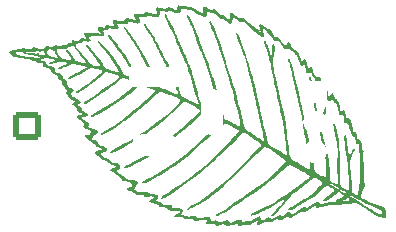
<source format=gbo>
G04 #@! TF.GenerationSoftware,KiCad,Pcbnew,9.0.0*
G04 #@! TF.CreationDate,2025-03-07T23:57:34+01:00*
G04 #@! TF.ProjectId,pcb,7063622e-6b69-4636-9164-5f7063625858,rev?*
G04 #@! TF.SameCoordinates,Original*
G04 #@! TF.FileFunction,Legend,Bot*
G04 #@! TF.FilePolarity,Positive*
%FSLAX46Y46*%
G04 Gerber Fmt 4.6, Leading zero omitted, Abs format (unit mm)*
G04 Created by KiCad (PCBNEW 9.0.0) date 2025-03-07 23:57:34*
%MOMM*%
%LPD*%
G01*
G04 APERTURE LIST*
G04 Aperture macros list*
%AMRoundRect*
0 Rectangle with rounded corners*
0 $1 Rounding radius*
0 $2 $3 $4 $5 $6 $7 $8 $9 X,Y pos of 4 corners*
0 Add a 4 corners polygon primitive as box body*
4,1,4,$2,$3,$4,$5,$6,$7,$8,$9,$2,$3,0*
0 Add four circle primitives for the rounded corners*
1,1,$1+$1,$2,$3*
1,1,$1+$1,$4,$5*
1,1,$1+$1,$6,$7*
1,1,$1+$1,$8,$9*
0 Add four rect primitives between the rounded corners*
20,1,$1+$1,$2,$3,$4,$5,0*
20,1,$1+$1,$4,$5,$6,$7,0*
20,1,$1+$1,$6,$7,$8,$9,0*
20,1,$1+$1,$8,$9,$2,$3,0*%
G04 Aperture macros list end*
%ADD10C,0.000000*%
%ADD11R,2.200000X2.200000*%
%ADD12O,2.200000X2.200000*%
%ADD13R,1.700000X1.700000*%
%ADD14O,1.700000X1.700000*%
%ADD15RoundRect,0.250000X-0.600000X-0.725000X0.600000X-0.725000X0.600000X0.725000X-0.600000X0.725000X0*%
%ADD16O,1.700000X1.950000*%
%ADD17R,2.000000X1.905000*%
%ADD18O,2.000000X1.905000*%
%ADD19O,1.905000X2.000000*%
%ADD20R,1.905000X2.000000*%
%ADD21C,1.600000*%
%ADD22O,1.600000X1.600000*%
%ADD23R,4.400000X1.800000*%
%ADD24O,4.000000X1.800000*%
%ADD25O,1.800000X4.000000*%
%ADD26RoundRect,0.250001X-0.949999X0.949999X-0.949999X-0.949999X0.949999X-0.949999X0.949999X0.949999X0*%
%ADD27C,2.400000*%
%ADD28RoundRect,0.250001X0.949999X-0.949999X0.949999X0.949999X-0.949999X0.949999X-0.949999X-0.949999X0*%
G04 APERTURE END LIST*
D10*
G36*
X118011193Y-71080948D02*
G01*
X118031459Y-71155462D01*
X118026429Y-71279002D01*
X117997878Y-71434847D01*
X117949652Y-71609206D01*
X117885597Y-71788289D01*
X117809561Y-71958306D01*
X117725392Y-72105466D01*
X117703655Y-72137244D01*
X117627101Y-72229527D01*
X117571642Y-72264889D01*
X117538504Y-72248873D01*
X117528916Y-72187022D01*
X117544104Y-72084875D01*
X117585297Y-71947977D01*
X117653721Y-71781868D01*
X117656909Y-71774921D01*
X117721807Y-71622870D01*
X117782325Y-71463881D01*
X117825745Y-71331277D01*
X117871343Y-71192176D01*
X117921457Y-71091779D01*
X117968544Y-71054068D01*
X118011193Y-71080948D01*
G37*
G36*
X105644142Y-62554057D02*
G01*
X105735111Y-62589046D01*
X105812224Y-62594648D01*
X105907397Y-62570198D01*
X105943361Y-62559235D01*
X105956708Y-62555167D01*
X106029552Y-62544847D01*
X106104577Y-62559070D01*
X106210392Y-62600716D01*
X106258216Y-62620195D01*
X106389984Y-62655982D01*
X106506524Y-62653584D01*
X106554262Y-62647527D01*
X106611903Y-62651917D01*
X106674550Y-62677364D01*
X106757810Y-62730845D01*
X106877291Y-62819336D01*
X106929211Y-62857806D01*
X107045594Y-62937825D01*
X107144154Y-62997577D01*
X107207777Y-63026341D01*
X107223352Y-63030525D01*
X107316040Y-63063898D01*
X107418143Y-63109811D01*
X107500296Y-63146051D01*
X107561607Y-63153034D01*
X107593696Y-63116352D01*
X107602183Y-63028695D01*
X107592688Y-62882752D01*
X107591459Y-62869418D01*
X107583838Y-62737060D01*
X107594632Y-62653153D01*
X107631520Y-62614994D01*
X107702180Y-62619880D01*
X107814291Y-62665107D01*
X107975532Y-62747972D01*
X108119337Y-62821986D01*
X108244887Y-62876478D01*
X108333729Y-62898357D01*
X108396041Y-62889925D01*
X108442000Y-62853484D01*
X108472275Y-62827580D01*
X108544116Y-62803419D01*
X108577223Y-62816530D01*
X108652066Y-62875949D01*
X108752923Y-62976276D01*
X108872177Y-63109778D01*
X109002213Y-63268716D01*
X109038429Y-63306829D01*
X109110854Y-63342622D01*
X109222986Y-63355476D01*
X109241616Y-63356219D01*
X109322803Y-63365658D01*
X109389917Y-63392220D01*
X109462626Y-63446634D01*
X109560602Y-63539630D01*
X109600816Y-63578751D01*
X109692637Y-63657275D01*
X109755087Y-63682907D01*
X109795499Y-63652180D01*
X109821203Y-63561630D01*
X109839531Y-63407791D01*
X109840084Y-63401821D01*
X109853851Y-63283503D01*
X109869323Y-63193726D01*
X109883254Y-63151510D01*
X109911209Y-63139090D01*
X109988563Y-63151834D01*
X110091419Y-63202419D01*
X110205961Y-63285124D01*
X110272295Y-63336934D01*
X110400378Y-63426459D01*
X110527669Y-63505677D01*
X110615058Y-63553811D01*
X110690926Y-63585577D01*
X110748238Y-63589824D01*
X110807829Y-63571440D01*
X110807908Y-63571407D01*
X110900187Y-63547481D01*
X110983672Y-63563715D01*
X111071853Y-63626303D01*
X111178223Y-63741434D01*
X111179512Y-63742973D01*
X111334593Y-63891759D01*
X111525471Y-64002632D01*
X111643128Y-64062876D01*
X111750971Y-64144250D01*
X111839331Y-64251440D01*
X111880389Y-64304723D01*
X111978710Y-64403785D01*
X112075597Y-64472410D01*
X112096665Y-64483993D01*
X112206277Y-64563226D01*
X112298848Y-64655768D01*
X112340651Y-64703321D01*
X112407625Y-64758765D01*
X112456444Y-64773670D01*
X112475333Y-64742266D01*
X112466823Y-64700220D01*
X112442948Y-64612715D01*
X112409097Y-64500282D01*
X112366232Y-64350477D01*
X112346113Y-64238006D01*
X112351655Y-64162556D01*
X112382000Y-64111802D01*
X112417622Y-64084424D01*
X112462974Y-64078348D01*
X112523233Y-64104343D01*
X112609217Y-64167377D01*
X112731746Y-64272421D01*
X112797071Y-64328229D01*
X112964700Y-64448967D01*
X113101969Y-64510435D01*
X113120384Y-64515575D01*
X113219986Y-64559987D01*
X113307066Y-64635337D01*
X113391902Y-64752709D01*
X113484771Y-64923185D01*
X113518524Y-64987607D01*
X113579774Y-65092949D01*
X113630578Y-65167359D01*
X113661019Y-65201531D01*
X113712775Y-65226776D01*
X113786718Y-65208583D01*
X113864600Y-65191246D01*
X113927684Y-65199214D01*
X113948106Y-65216386D01*
X114006581Y-65279734D01*
X114086824Y-65375739D01*
X114177749Y-65491443D01*
X114212891Y-65537395D01*
X114338670Y-65698903D01*
X114433280Y-65810999D01*
X114503412Y-65877242D01*
X114555756Y-65901192D01*
X114597004Y-65886407D01*
X114633845Y-65836446D01*
X114672971Y-65754868D01*
X114688268Y-65721940D01*
X114744173Y-65634843D01*
X114801458Y-65605534D01*
X114864508Y-65635568D01*
X114937708Y-65726501D01*
X115025444Y-65879888D01*
X115061287Y-65947258D01*
X115160657Y-66114484D01*
X115247940Y-66226178D01*
X115328741Y-66288601D01*
X115408667Y-66308018D01*
X115424097Y-66308690D01*
X115528536Y-66350970D01*
X115625231Y-66457872D01*
X115713079Y-66627806D01*
X115790976Y-66859181D01*
X115830581Y-66996040D01*
X115878242Y-67134703D01*
X115920490Y-67215715D01*
X115961410Y-67243705D01*
X116005085Y-67223302D01*
X116055601Y-67159135D01*
X116111720Y-67101797D01*
X116177802Y-67075692D01*
X116188682Y-67076334D01*
X116229955Y-67094646D01*
X116268633Y-67144502D01*
X116308691Y-67234369D01*
X116354102Y-67372714D01*
X116408839Y-67568005D01*
X116452404Y-67714362D01*
X116493933Y-67805362D01*
X116538991Y-67841071D01*
X116594575Y-67826902D01*
X116667683Y-67768267D01*
X116747663Y-67693169D01*
X116808584Y-67768362D01*
X116819984Y-67784289D01*
X116863585Y-67876495D01*
X116893080Y-67985313D01*
X116926174Y-68118239D01*
X117007163Y-68299204D01*
X117137273Y-68499956D01*
X117192537Y-68573174D01*
X117238566Y-68614819D01*
X117287289Y-68620959D01*
X117360820Y-68601654D01*
X117417517Y-68587685D01*
X117485220Y-68591445D01*
X117533728Y-68634626D01*
X117571124Y-68726276D01*
X117605493Y-68875442D01*
X117633571Y-68995050D01*
X117671571Y-69081632D01*
X117726025Y-69128554D01*
X117807521Y-69150220D01*
X117880018Y-69180515D01*
X117962714Y-69277735D01*
X118033032Y-69440470D01*
X118090995Y-69668763D01*
X118131999Y-69866908D01*
X118167262Y-70014913D01*
X118197382Y-70111445D01*
X118224689Y-70163922D01*
X118251513Y-70179766D01*
X118274848Y-70170730D01*
X118337717Y-70125846D01*
X118415786Y-70055985D01*
X118459432Y-70014224D01*
X118518793Y-69966666D01*
X118557662Y-69958202D01*
X118592180Y-69982067D01*
X118616508Y-70016469D01*
X118659439Y-70104391D01*
X118700322Y-70214112D01*
X118709583Y-70242321D01*
X118752021Y-70344496D01*
X118803116Y-70407438D01*
X118879336Y-70453137D01*
X118952318Y-70499420D01*
X119018834Y-70578676D01*
X119070369Y-70695043D01*
X119111119Y-70858388D01*
X119145278Y-71078578D01*
X119162366Y-71203875D01*
X119187043Y-71337828D01*
X119216299Y-71419165D01*
X119255884Y-71456187D01*
X119311549Y-71457196D01*
X119389044Y-71430494D01*
X119432511Y-71413652D01*
X119502333Y-71399497D01*
X119552847Y-71419016D01*
X119590604Y-71480389D01*
X119622156Y-71591796D01*
X119654052Y-71761419D01*
X119662819Y-71812068D01*
X119692365Y-71960162D01*
X119721597Y-72052943D01*
X119756109Y-72099090D01*
X119801492Y-72107283D01*
X119863342Y-72086202D01*
X119898331Y-72073273D01*
X119973345Y-72075346D01*
X120032964Y-72130379D01*
X120080705Y-72242912D01*
X120120087Y-72417482D01*
X120120860Y-72421850D01*
X120150470Y-72560421D01*
X120185870Y-72686462D01*
X120219566Y-72773180D01*
X120220722Y-72775417D01*
X120259332Y-72879297D01*
X120275333Y-72979615D01*
X120275640Y-73002942D01*
X120296839Y-73141392D01*
X120352003Y-73223429D01*
X120442000Y-73250462D01*
X120497525Y-73258530D01*
X120560719Y-73307096D01*
X120597593Y-73405702D01*
X120611989Y-73561373D01*
X120612894Y-73589842D01*
X120630140Y-73744768D01*
X120667704Y-73839513D01*
X120726795Y-73877408D01*
X120836156Y-73896961D01*
X120907305Y-73923834D01*
X120947066Y-73968574D01*
X120973652Y-74043429D01*
X120989755Y-74128079D01*
X121003232Y-74260344D01*
X121008481Y-74400179D01*
X121009853Y-74486528D01*
X121020794Y-74595119D01*
X121048084Y-74678122D01*
X121098109Y-74761260D01*
X121187551Y-74890494D01*
X121125230Y-75141090D01*
X121111107Y-75198613D01*
X121087263Y-75308755D01*
X121080533Y-75382111D01*
X121090430Y-75438469D01*
X121116468Y-75497618D01*
X121125868Y-75518972D01*
X121144425Y-75585676D01*
X121159216Y-75683718D01*
X121171098Y-75821950D01*
X121180925Y-76009227D01*
X121189553Y-76254404D01*
X121195042Y-76429378D01*
X121203635Y-76681880D01*
X121212815Y-76931971D01*
X121221787Y-77158211D01*
X121229757Y-77339161D01*
X121250434Y-77773064D01*
X121107812Y-78140212D01*
X121058000Y-78274471D01*
X121006420Y-78428067D01*
X120968708Y-78557313D01*
X120950689Y-78643550D01*
X120936187Y-78779739D01*
X121164093Y-78899550D01*
X121236728Y-78936407D01*
X121435300Y-79029117D01*
X121669443Y-79130290D01*
X121919827Y-79231968D01*
X122167123Y-79326194D01*
X122392000Y-79405011D01*
X122410153Y-79411049D01*
X122643492Y-79498750D01*
X122818764Y-79588418D01*
X122943877Y-79686129D01*
X123026741Y-79797960D01*
X123075264Y-79929988D01*
X123080367Y-79953021D01*
X123100483Y-80098423D01*
X123103621Y-80243230D01*
X123090364Y-80365977D01*
X123061293Y-80445200D01*
X123042786Y-80464448D01*
X122952895Y-80500194D01*
X122820783Y-80502765D01*
X122657809Y-80472823D01*
X122475333Y-80411031D01*
X122430369Y-80391981D01*
X122345862Y-80352811D01*
X122252460Y-80304498D01*
X122143535Y-80243018D01*
X122012459Y-80164352D01*
X121852603Y-80064479D01*
X121657338Y-79939378D01*
X121420035Y-79785027D01*
X121134068Y-79597406D01*
X121039427Y-79535135D01*
X120857931Y-79417143D01*
X120716333Y-79330908D01*
X120603396Y-79273367D01*
X120507882Y-79241460D01*
X120418556Y-79232123D01*
X120324180Y-79242296D01*
X120213518Y-79268916D01*
X120075333Y-79308922D01*
X119954990Y-79333731D01*
X119767973Y-79356362D01*
X119518497Y-79375987D01*
X119208667Y-79392403D01*
X118997839Y-79402243D01*
X118704885Y-79419358D01*
X118458229Y-79439391D01*
X118245306Y-79463883D01*
X118053553Y-79494376D01*
X117870408Y-79532410D01*
X117683305Y-79579527D01*
X117616047Y-79596711D01*
X117467210Y-79628523D01*
X117337791Y-79648371D01*
X117249972Y-79652521D01*
X117241975Y-79651844D01*
X117164920Y-79639697D01*
X117135517Y-79611175D01*
X117136052Y-79550396D01*
X117133729Y-79486970D01*
X117111877Y-79458609D01*
X117076234Y-79474066D01*
X116996398Y-79520508D01*
X116885572Y-79590491D01*
X116756066Y-79676477D01*
X116647456Y-79749890D01*
X116501413Y-79845886D01*
X116391144Y-79911960D01*
X116304858Y-79953391D01*
X116230761Y-79975454D01*
X116157062Y-79983426D01*
X116071966Y-79982585D01*
X116002521Y-79981539D01*
X115936785Y-79988253D01*
X115870855Y-80009023D01*
X115791035Y-80049776D01*
X115683630Y-80116436D01*
X115534943Y-80214929D01*
X115443302Y-80275490D01*
X115251442Y-80394642D01*
X115102050Y-80472988D01*
X114989116Y-80512148D01*
X114906634Y-80513742D01*
X114848595Y-80479390D01*
X114808991Y-80410713D01*
X114779245Y-80354010D01*
X114745583Y-80326415D01*
X114735683Y-80329698D01*
X114680889Y-80363964D01*
X114594346Y-80427559D01*
X114489766Y-80510608D01*
X114356752Y-80614843D01*
X114245624Y-80686221D01*
X114160931Y-80715960D01*
X114092378Y-80707496D01*
X114029673Y-80664268D01*
X113960636Y-80612310D01*
X113877896Y-80598933D01*
X113783694Y-80644728D01*
X113751447Y-80665999D01*
X113650186Y-80724189D01*
X113530888Y-80785002D01*
X113412533Y-80839503D01*
X113314099Y-80878756D01*
X113254569Y-80893826D01*
X113251745Y-80893783D01*
X113178896Y-80881537D01*
X113087044Y-80854110D01*
X113076422Y-80850345D01*
X113024476Y-80837012D01*
X112971698Y-80838717D01*
X112903620Y-80859609D01*
X112805774Y-80903839D01*
X112663693Y-80975557D01*
X112511889Y-81048105D01*
X112354957Y-81104342D01*
X112244961Y-81115760D01*
X112180186Y-81082013D01*
X112158920Y-81002754D01*
X112179449Y-80877638D01*
X112184220Y-80859551D01*
X112200864Y-80774835D01*
X112201888Y-80723268D01*
X112201670Y-80722713D01*
X112170177Y-80724938D01*
X112100789Y-80760117D01*
X112008106Y-80820894D01*
X111939764Y-80868063D01*
X111789209Y-80962297D01*
X111642077Y-81043284D01*
X111515067Y-81102169D01*
X111424876Y-81130102D01*
X111412382Y-81131320D01*
X111327778Y-81128779D01*
X111224859Y-81115243D01*
X111195820Y-81110668D01*
X111074285Y-81112525D01*
X110941526Y-81155213D01*
X110805052Y-81209662D01*
X110692517Y-81240825D01*
X110615479Y-81240377D01*
X110562494Y-81209973D01*
X110536123Y-81170587D01*
X110530208Y-81110093D01*
X110532022Y-81068862D01*
X110482969Y-81041427D01*
X110377161Y-81044117D01*
X110216234Y-81077106D01*
X110102925Y-81103711D01*
X109936786Y-81136823D01*
X109792000Y-81159760D01*
X109730469Y-81166741D01*
X109625072Y-81169761D01*
X109539373Y-81151419D01*
X109441984Y-81106980D01*
X109291968Y-81029048D01*
X109030028Y-81101308D01*
X108768088Y-81173568D01*
X108624223Y-81097148D01*
X108571591Y-81070679D01*
X108502516Y-81045297D01*
X108425440Y-81033648D01*
X108320920Y-81033380D01*
X108169512Y-81042142D01*
X108042256Y-81049581D01*
X107905045Y-81050269D01*
X107822483Y-81035379D01*
X107787798Y-81001236D01*
X107794219Y-80944162D01*
X107834975Y-80860480D01*
X107849938Y-80833774D01*
X107884812Y-80762118D01*
X107886701Y-80725014D01*
X107858150Y-80705435D01*
X107834232Y-80700310D01*
X107744215Y-80696973D01*
X107613348Y-80702354D01*
X107458453Y-80715206D01*
X107296353Y-80734284D01*
X107143870Y-80758340D01*
X107004132Y-80777525D01*
X106898272Y-80770819D01*
X106824177Y-80731374D01*
X106766118Y-80654880D01*
X106727373Y-80596315D01*
X106677786Y-80566853D01*
X106599760Y-80573327D01*
X106529792Y-80584546D01*
X106407315Y-80600278D01*
X106274263Y-80614372D01*
X106268938Y-80614869D01*
X106149630Y-80623318D01*
X106072296Y-80617855D01*
X106013653Y-80593515D01*
X105950417Y-80545336D01*
X105898739Y-80504952D01*
X105846868Y-80478538D01*
X105780502Y-80465330D01*
X105682274Y-80461974D01*
X105534820Y-80465120D01*
X105371860Y-80467481D01*
X105255702Y-80461019D01*
X105185604Y-80442627D01*
X105151168Y-80409492D01*
X105142000Y-80358800D01*
X105149132Y-80331019D01*
X105204719Y-80274798D01*
X105320130Y-80210613D01*
X105383924Y-80178723D01*
X105518335Y-80093151D01*
X105589229Y-80012824D01*
X105595267Y-79939067D01*
X105581101Y-79916666D01*
X105548102Y-79900649D01*
X105485384Y-79893531D01*
X105380699Y-79894062D01*
X105221795Y-79900992D01*
X105005978Y-79907270D01*
X104846038Y-79899515D01*
X104732550Y-79875714D01*
X104655947Y-79833861D01*
X104606666Y-79771949D01*
X104601118Y-79761950D01*
X104546300Y-79695556D01*
X104465430Y-79653657D01*
X104345282Y-79631791D01*
X104172624Y-79625495D01*
X104096546Y-79625273D01*
X104004389Y-79620809D01*
X103950575Y-79604888D01*
X103917020Y-79570197D01*
X103885643Y-79509422D01*
X103850004Y-79452024D01*
X103784612Y-79393979D01*
X103685387Y-79345306D01*
X103541470Y-79300938D01*
X103342000Y-79255811D01*
X103286163Y-79243265D01*
X103130480Y-79190700D01*
X103038618Y-79128483D01*
X103010888Y-79061151D01*
X103047606Y-78993238D01*
X103149083Y-78929279D01*
X103315633Y-78873808D01*
X103384082Y-78847737D01*
X103444256Y-78805033D01*
X103455171Y-78789727D01*
X103452597Y-78755909D01*
X103393453Y-78724865D01*
X103328545Y-78704398D01*
X103237030Y-78693064D01*
X103123222Y-78701033D01*
X102966413Y-78728480D01*
X102826632Y-78749337D01*
X102701174Y-78743592D01*
X102618110Y-78701091D01*
X102568686Y-78619434D01*
X102532991Y-78516905D01*
X102258334Y-78539814D01*
X102135006Y-78549323D01*
X102042113Y-78551212D01*
X101979822Y-78540208D01*
X101929165Y-78512637D01*
X101871172Y-78464827D01*
X101862560Y-78457679D01*
X101767102Y-78397278D01*
X101634145Y-78333215D01*
X101487515Y-78277147D01*
X101459242Y-78267632D01*
X101281898Y-78197719D01*
X101170210Y-78131572D01*
X101123415Y-78068601D01*
X101140749Y-78008213D01*
X101145742Y-78002887D01*
X101211403Y-77964846D01*
X101303683Y-77938708D01*
X101378011Y-77925079D01*
X101495979Y-77888292D01*
X101559252Y-77833757D01*
X101575995Y-77751462D01*
X101554373Y-77631399D01*
X101544052Y-77604729D01*
X101513342Y-77569540D01*
X101456015Y-77538077D01*
X101362299Y-77506583D01*
X101222422Y-77471301D01*
X101026612Y-77428474D01*
X100967871Y-77415833D01*
X100853228Y-77386869D01*
X100779986Y-77356502D01*
X100730546Y-77315772D01*
X100687311Y-77255718D01*
X100583735Y-77106062D01*
X100473770Y-76986416D01*
X100341873Y-76886628D01*
X100166929Y-76787706D01*
X100097577Y-76751389D01*
X99932818Y-76657311D01*
X99822722Y-76578908D01*
X99761159Y-76511303D01*
X99742000Y-76449618D01*
X99743804Y-76432580D01*
X99789528Y-76364599D01*
X99889421Y-76308834D01*
X100033492Y-76271396D01*
X100068505Y-76264785D01*
X100152863Y-76239848D01*
X100197129Y-76212717D01*
X100198826Y-76209662D01*
X100189485Y-76161111D01*
X100125308Y-76105799D01*
X100016037Y-76050079D01*
X99871412Y-76000302D01*
X99761819Y-75963835D01*
X99653117Y-75903378D01*
X99560263Y-75813322D01*
X99487214Y-75738792D01*
X99388747Y-75676779D01*
X99253459Y-75631698D01*
X99132432Y-75592318D01*
X99020002Y-75528089D01*
X98905628Y-75425443D01*
X98832150Y-75354737D01*
X98712606Y-75250621D01*
X98605628Y-75168424D01*
X98538575Y-75117221D01*
X98462031Y-75028320D01*
X98450869Y-74950325D01*
X98504730Y-74883922D01*
X98623251Y-74829794D01*
X98806072Y-74788627D01*
X98850755Y-74781196D01*
X98975601Y-74754926D01*
X99042455Y-74727111D01*
X99050041Y-74694591D01*
X98997082Y-74654207D01*
X98882299Y-74602800D01*
X98704415Y-74537212D01*
X98609471Y-74497340D01*
X98483019Y-74406207D01*
X98394959Y-74276579D01*
X98365266Y-74240125D01*
X98287594Y-74171301D01*
X98177219Y-74086544D01*
X98047421Y-73996554D01*
X97915815Y-73907984D01*
X97746349Y-73785052D01*
X97630189Y-73686230D01*
X97563389Y-73608004D01*
X97542000Y-73546861D01*
X97542113Y-73542088D01*
X97573270Y-73485837D01*
X97657318Y-73465932D01*
X97790859Y-73483242D01*
X97910367Y-73494648D01*
X97984091Y-73461735D01*
X98008667Y-73383722D01*
X98008674Y-73382948D01*
X98035322Y-73324433D01*
X98098092Y-73266223D01*
X98187517Y-73207552D01*
X98111603Y-73146000D01*
X98096488Y-73134860D01*
X98004811Y-73085909D01*
X97897365Y-73047152D01*
X97830281Y-73026958D01*
X97681560Y-72967982D01*
X97556176Y-72899805D01*
X97475233Y-72833127D01*
X97451965Y-72795710D01*
X97453517Y-72744844D01*
X97490586Y-72664656D01*
X97495612Y-72655229D01*
X97524335Y-72589651D01*
X97525796Y-72536269D01*
X97492927Y-72482805D01*
X97418657Y-72416977D01*
X97295918Y-72326506D01*
X97169301Y-72232128D01*
X97023642Y-72107180D01*
X96937195Y-72006170D01*
X96908667Y-71927767D01*
X96908689Y-71923947D01*
X96916788Y-71878836D01*
X96949062Y-71848057D01*
X97019477Y-71823875D01*
X97142000Y-71798557D01*
X97167222Y-71793789D01*
X97298405Y-71763623D01*
X97363997Y-71733196D01*
X97364758Y-71697749D01*
X97301445Y-71652522D01*
X97174819Y-71592753D01*
X97076755Y-71545045D01*
X96985437Y-71476349D01*
X96945376Y-71397543D01*
X96947844Y-71297264D01*
X96933688Y-71250658D01*
X96867456Y-71179594D01*
X96744648Y-71083783D01*
X96720767Y-71066434D01*
X96621846Y-70990271D01*
X96549316Y-70927552D01*
X96517468Y-70890436D01*
X96521017Y-70872138D01*
X96564062Y-70822098D01*
X96641049Y-70764466D01*
X96686815Y-70732994D01*
X96744656Y-70681360D01*
X96759262Y-70648010D01*
X96730584Y-70626917D01*
X96654084Y-70589067D01*
X96550104Y-70546573D01*
X96497683Y-70526632D01*
X96385459Y-70478601D01*
X96317788Y-70435030D01*
X96280477Y-70384675D01*
X96259329Y-70316294D01*
X96243053Y-70274137D01*
X96185989Y-70184974D01*
X96107186Y-70094875D01*
X96035966Y-70019715D01*
X95986208Y-69941100D01*
X95985390Y-69875090D01*
X96029748Y-69807733D01*
X96043727Y-69791634D01*
X96062251Y-69753887D01*
X96043075Y-69713419D01*
X95979748Y-69649860D01*
X95957027Y-69626834D01*
X95898705Y-69546617D01*
X95875333Y-69478287D01*
X95869962Y-69450786D01*
X95823257Y-69370635D01*
X95738480Y-69279119D01*
X95695476Y-69238836D01*
X95639659Y-69176586D01*
X95623535Y-69130859D01*
X95638480Y-69084906D01*
X95667423Y-69015387D01*
X95663299Y-68948934D01*
X95609954Y-68888586D01*
X95500333Y-68820860D01*
X95422396Y-68776798D01*
X95360090Y-68730386D01*
X95334824Y-68684481D01*
X95333155Y-68623189D01*
X95333185Y-68575177D01*
X95311968Y-68508955D01*
X95255785Y-68451200D01*
X95154859Y-68393213D01*
X94999411Y-68326296D01*
X94994811Y-68324454D01*
X94853129Y-68259745D01*
X94765541Y-68196569D01*
X94721053Y-68123720D01*
X94708667Y-68029992D01*
X94697713Y-67978776D01*
X94636215Y-67911105D01*
X94516841Y-67854586D01*
X94335332Y-67806676D01*
X94325591Y-67804632D01*
X94172014Y-67763650D01*
X94074633Y-67714063D01*
X94023500Y-67648325D01*
X94008667Y-67558891D01*
X94008667Y-67442840D01*
X93809435Y-67442840D01*
X93716942Y-67441236D01*
X93639390Y-67430427D01*
X93591359Y-67402858D01*
X93551872Y-67351053D01*
X93511514Y-67291566D01*
X93456338Y-67238012D01*
X93384657Y-67214924D01*
X93271495Y-67209712D01*
X93156259Y-67198040D01*
X93106204Y-67175481D01*
X93855788Y-67175481D01*
X93902517Y-67223662D01*
X93993396Y-67242578D01*
X94047484Y-67244110D01*
X94176074Y-67269748D01*
X94259045Y-67332466D01*
X94307731Y-67439362D01*
X94315000Y-67465896D01*
X94336043Y-67524314D01*
X94368319Y-67563739D01*
X94425408Y-67591946D01*
X94520894Y-67616712D01*
X94668358Y-67645811D01*
X94768390Y-67669871D01*
X94883813Y-67709885D01*
X94961331Y-67751297D01*
X95012921Y-67802821D01*
X95035108Y-67867163D01*
X95034974Y-67969824D01*
X95032754Y-68018334D01*
X95038647Y-68084245D01*
X95065953Y-68133922D01*
X95125127Y-68176709D01*
X95226624Y-68221950D01*
X95380900Y-68278989D01*
X95527223Y-68338554D01*
X95651017Y-68412718D01*
X95720958Y-68494025D01*
X95744037Y-68588430D01*
X95754788Y-68657058D01*
X95797292Y-68722498D01*
X95885703Y-68795903D01*
X95898606Y-68805362D01*
X95980847Y-68876152D01*
X96023446Y-68947198D01*
X96043932Y-69046232D01*
X96046955Y-69066061D01*
X96091479Y-69208134D01*
X96168239Y-69349149D01*
X96238569Y-69439899D01*
X96320249Y-69504967D01*
X96427722Y-69546270D01*
X96429530Y-69546779D01*
X96553204Y-69598577D01*
X96617549Y-69668610D01*
X96628627Y-69697021D01*
X96629984Y-69744975D01*
X96598071Y-69799733D01*
X96524630Y-69880092D01*
X96395660Y-70012344D01*
X96495290Y-70154465D01*
X96509440Y-70174178D01*
X96583394Y-70257286D01*
X96673841Y-70317465D01*
X96805365Y-70371958D01*
X96920445Y-70416507D01*
X97082899Y-70498744D01*
X97179286Y-70580976D01*
X97209988Y-70663862D01*
X97175392Y-70748058D01*
X97075880Y-70834219D01*
X97032738Y-70865405D01*
X96976334Y-70919072D01*
X96962885Y-70954275D01*
X96973530Y-70965264D01*
X97032981Y-71003058D01*
X97121144Y-71045773D01*
X97149074Y-71058187D01*
X97268508Y-71128735D01*
X97328273Y-71205544D01*
X97334290Y-71295550D01*
X97333467Y-71299912D01*
X97327544Y-71356136D01*
X97341065Y-71400182D01*
X97384235Y-71442232D01*
X97467257Y-71492472D01*
X97600333Y-71561084D01*
X97707495Y-71617349D01*
X97789742Y-71670003D01*
X97830816Y-71714593D01*
X97842000Y-71760426D01*
X97841770Y-71769443D01*
X97807129Y-71862570D01*
X97722326Y-71925585D01*
X97599878Y-71948754D01*
X97597975Y-71948758D01*
X97487715Y-71958898D01*
X97390547Y-71982684D01*
X97348266Y-72000726D01*
X97322618Y-72029130D01*
X97346643Y-72071175D01*
X97362047Y-72086831D01*
X97428812Y-72142894D01*
X97528538Y-72219247D01*
X97646015Y-72304058D01*
X97647995Y-72305447D01*
X97790929Y-72407057D01*
X97885705Y-72480618D01*
X97939152Y-72535598D01*
X97958098Y-72581467D01*
X97949371Y-72627693D01*
X97919798Y-72683747D01*
X97908227Y-72703511D01*
X97877850Y-72764219D01*
X97883242Y-72797167D01*
X97925333Y-72826292D01*
X97952919Y-72840371D01*
X98039926Y-72879565D01*
X98161879Y-72931190D01*
X98301528Y-72987839D01*
X98366963Y-73014127D01*
X98535868Y-73087301D01*
X98645945Y-73147838D01*
X98700939Y-73200998D01*
X98704599Y-73252042D01*
X98660670Y-73306229D01*
X98572900Y-73368820D01*
X98506999Y-73415476D01*
X98394553Y-73508610D01*
X98290031Y-73608364D01*
X98254009Y-73646670D01*
X98192876Y-73723023D01*
X98175578Y-73781458D01*
X98206515Y-73832937D01*
X98290087Y-73888423D01*
X98430691Y-73958876D01*
X98431609Y-73959316D01*
X98569662Y-74030766D01*
X98662089Y-74095868D01*
X98726184Y-74169981D01*
X98779240Y-74268465D01*
X98784568Y-74279546D01*
X98819014Y-74329662D01*
X98874198Y-74370767D01*
X98964717Y-74411454D01*
X99105169Y-74460315D01*
X99116452Y-74464020D01*
X99273680Y-74518350D01*
X99377671Y-74562714D01*
X99438935Y-74604079D01*
X99467986Y-74649414D01*
X99475333Y-74705685D01*
X99457866Y-74769320D01*
X99394471Y-74834199D01*
X99278323Y-74898466D01*
X99102751Y-74966796D01*
X99007326Y-75003815D01*
X98930643Y-75042164D01*
X98900371Y-75069516D01*
X98902779Y-75078457D01*
X98942819Y-75119770D01*
X99016946Y-75168257D01*
X99032694Y-75177414D01*
X99123603Y-75247197D01*
X99188248Y-75322472D01*
X99226732Y-75373884D01*
X99297890Y-75427346D01*
X99406708Y-75473558D01*
X99567473Y-75519960D01*
X99618789Y-75535401D01*
X99714130Y-75589912D01*
X99791866Y-75686780D01*
X99824742Y-75737137D01*
X99862343Y-75780661D01*
X99910680Y-75810417D01*
X99983610Y-75831903D01*
X100094987Y-75850619D01*
X100258667Y-75872065D01*
X100385844Y-75897031D01*
X100479753Y-75946308D01*
X100528227Y-76027769D01*
X100542000Y-76152019D01*
X100522653Y-76302130D01*
X100461447Y-76411011D01*
X100359444Y-76468178D01*
X100303626Y-76490309D01*
X100275333Y-76521281D01*
X100292075Y-76550215D01*
X100353716Y-76610898D01*
X100448584Y-76689351D01*
X100563811Y-76775588D01*
X100686530Y-76859623D01*
X100803873Y-76931469D01*
X100825715Y-76944130D01*
X100952079Y-77036685D01*
X101014882Y-77125715D01*
X101016249Y-77129588D01*
X101041111Y-77178716D01*
X101083716Y-77212669D01*
X101160112Y-77239913D01*
X101286342Y-77268910D01*
X101418694Y-77295002D01*
X101570323Y-77321929D01*
X101692000Y-77340521D01*
X101878640Y-77376150D01*
X102003264Y-77426273D01*
X102064109Y-77490095D01*
X102060559Y-77566967D01*
X101992000Y-77656244D01*
X101985533Y-77662439D01*
X101931034Y-77725495D01*
X101908666Y-77771825D01*
X101906499Y-77785476D01*
X101883004Y-77851498D01*
X101842000Y-77939949D01*
X101824488Y-77975253D01*
X101789319Y-78053465D01*
X101775333Y-78096723D01*
X101775336Y-78096852D01*
X101803306Y-78123947D01*
X101875766Y-78169807D01*
X101977157Y-78224577D01*
X102009466Y-78240833D01*
X102096530Y-78281524D01*
X102170069Y-78305190D01*
X102250080Y-78314807D01*
X102356563Y-78313350D01*
X102509518Y-78303796D01*
X102570029Y-78299672D01*
X102702177Y-78292363D01*
X102790516Y-78293450D01*
X102851787Y-78305492D01*
X102902733Y-78331049D01*
X102960095Y-78372680D01*
X102966773Y-78377712D01*
X103059480Y-78432635D01*
X103173827Y-78469490D01*
X103332289Y-78495706D01*
X103406163Y-78505998D01*
X103598358Y-78548171D01*
X103725586Y-78604737D01*
X103787960Y-78675742D01*
X103801571Y-78716823D01*
X103802550Y-78768533D01*
X103772513Y-78825272D01*
X103703711Y-78908438D01*
X103653035Y-78970935D01*
X103627719Y-79027424D01*
X103649817Y-79068876D01*
X103725378Y-79104338D01*
X103860452Y-79142857D01*
X103951907Y-79170241D01*
X104067872Y-79226914D01*
X104158667Y-79309412D01*
X104258667Y-79424809D01*
X104592000Y-79433365D01*
X104925333Y-79441921D01*
X104962928Y-79558741D01*
X105000524Y-79675561D01*
X105362928Y-79696669D01*
X105481792Y-79704692D01*
X105621469Y-79717166D01*
X105727718Y-79730222D01*
X105783954Y-79742072D01*
X105829410Y-79777008D01*
X105859180Y-79858185D01*
X105850519Y-79960514D01*
X105805833Y-80066264D01*
X105727531Y-80157702D01*
X105681447Y-80206237D01*
X105676979Y-80254079D01*
X105735823Y-80283203D01*
X105857432Y-80293038D01*
X105914695Y-80295559D01*
X106065881Y-80318123D01*
X106200519Y-80356576D01*
X106279470Y-80384441D01*
X106391183Y-80403479D01*
X106510086Y-80391407D01*
X106538902Y-80386298D01*
X106679596Y-80368973D01*
X106816231Y-80361245D01*
X106821889Y-80361201D01*
X106922904Y-80366849D01*
X106984198Y-80392152D01*
X107031000Y-80447210D01*
X107051652Y-80477250D01*
X107084458Y-80508678D01*
X107131988Y-80522811D01*
X107211462Y-80523374D01*
X107340102Y-80514096D01*
X107583072Y-80494239D01*
X107775414Y-80478917D01*
X107918057Y-80468846D01*
X108019503Y-80464129D01*
X108088253Y-80464865D01*
X108132811Y-80471156D01*
X108161679Y-80483101D01*
X108183359Y-80500803D01*
X108206353Y-80524361D01*
X108249207Y-80582254D01*
X108269474Y-80687331D01*
X108271864Y-80747420D01*
X108293181Y-80771171D01*
X108328074Y-80766361D01*
X108414092Y-80755875D01*
X108526149Y-80742976D01*
X108597081Y-80735914D01*
X108688833Y-80734531D01*
X108750613Y-80751431D01*
X108805433Y-80790532D01*
X108845318Y-80820152D01*
X108922776Y-80850381D01*
X109023443Y-80855238D01*
X109160119Y-80834677D01*
X109345604Y-80788656D01*
X109607227Y-80716863D01*
X109743452Y-80811391D01*
X109879678Y-80905919D01*
X110135839Y-80827919D01*
X110285777Y-80782354D01*
X110465327Y-80728795D01*
X110596304Y-80692420D01*
X110687842Y-80671822D01*
X110749076Y-80665594D01*
X110789139Y-80672326D01*
X110817168Y-80690611D01*
X110842297Y-80719043D01*
X110887102Y-80780761D01*
X110917288Y-80835863D01*
X110917869Y-80837450D01*
X110944571Y-80854677D01*
X111008980Y-80846767D01*
X111122557Y-80812408D01*
X111149373Y-80803485D01*
X111261252Y-80772655D01*
X111341348Y-80767369D01*
X111413736Y-80785394D01*
X111449184Y-80797887D01*
X111502244Y-80808220D01*
X111558002Y-80800967D01*
X111629845Y-80771566D01*
X111731160Y-80715452D01*
X111875333Y-80628065D01*
X112039135Y-80530149D01*
X112183773Y-80451837D01*
X112287741Y-80407283D01*
X112357854Y-80393169D01*
X112360190Y-80393197D01*
X112434262Y-80424967D01*
X112487962Y-80504189D01*
X112508667Y-80612504D01*
X112519887Y-80696213D01*
X112553104Y-80726940D01*
X112564286Y-80725011D01*
X112629233Y-80700695D01*
X112730209Y-80654353D01*
X112850616Y-80593432D01*
X112991651Y-80522272D01*
X113101762Y-80478376D01*
X113183456Y-80466072D01*
X113251246Y-80483340D01*
X113319644Y-80528160D01*
X113406279Y-80596396D01*
X113759785Y-80421315D01*
X113887683Y-80359067D01*
X114005484Y-80306218D01*
X114084389Y-80278916D01*
X114135348Y-80273557D01*
X114169312Y-80286537D01*
X114226119Y-80324913D01*
X114282893Y-80348947D01*
X114340249Y-80345967D01*
X114410748Y-80311929D01*
X114506954Y-80242787D01*
X114641426Y-80134496D01*
X114768139Y-80042910D01*
X114872372Y-79999281D01*
X114950496Y-80010035D01*
X115007720Y-80074316D01*
X115026901Y-80108169D01*
X115061128Y-80151656D01*
X115102614Y-80172272D01*
X115159159Y-80167321D01*
X115238568Y-80134107D01*
X115348643Y-80069935D01*
X115497186Y-79972109D01*
X115692000Y-79837934D01*
X115828658Y-79744575D01*
X115965334Y-79657985D01*
X116067835Y-79605131D01*
X116146522Y-79581922D01*
X116211756Y-79584263D01*
X116273897Y-79608063D01*
X116295588Y-79618655D01*
X116358885Y-79638015D01*
X116424671Y-79632942D01*
X116505117Y-79598848D01*
X116612393Y-79531141D01*
X116758667Y-79425232D01*
X116884341Y-79334470D01*
X117031210Y-79241983D01*
X117149665Y-79191036D01*
X117251281Y-79178858D01*
X117347633Y-79202679D01*
X117450297Y-79259731D01*
X117534158Y-79313081D01*
X117598245Y-79339781D01*
X117659968Y-79338071D01*
X117746803Y-79312878D01*
X117756059Y-79309875D01*
X117872839Y-79274021D01*
X117977619Y-79247770D01*
X118090024Y-79227547D01*
X118229680Y-79209773D01*
X118416211Y-79190872D01*
X118438171Y-79188771D01*
X118617118Y-79170493D01*
X118740047Y-79153853D01*
X118816432Y-79135618D01*
X118855745Y-79112553D01*
X118861252Y-79097918D01*
X119075333Y-79097918D01*
X119080820Y-79106574D01*
X119137233Y-79113080D01*
X119234886Y-79115802D01*
X119360031Y-79115126D01*
X119498921Y-79111437D01*
X119637811Y-79105122D01*
X119762951Y-79096567D01*
X119860597Y-79086158D01*
X119917000Y-79074280D01*
X119921605Y-79072323D01*
X119968758Y-79022407D01*
X119963539Y-78950279D01*
X119906802Y-78872820D01*
X119875903Y-78846866D01*
X119825813Y-78829227D01*
X119765135Y-78857282D01*
X119739339Y-78873366D01*
X119507138Y-78988395D01*
X119284072Y-79046492D01*
X119235705Y-79053831D01*
X119137225Y-79075302D01*
X119075333Y-79097918D01*
X118861252Y-79097918D01*
X118867458Y-79081423D01*
X118861044Y-79038996D01*
X118855061Y-79008172D01*
X118868584Y-78963200D01*
X118933219Y-78938665D01*
X118949406Y-78934999D01*
X119107385Y-78896736D01*
X119219405Y-78862701D01*
X119303674Y-78826470D01*
X119378401Y-78781619D01*
X119400691Y-78765653D01*
X119469268Y-78702886D01*
X119502152Y-78650092D01*
X119500282Y-78615190D01*
X119453083Y-78538550D01*
X119356619Y-78458726D01*
X119220879Y-78385129D01*
X119145632Y-78352892D01*
X119083640Y-78336562D01*
X119032960Y-78347654D01*
X118965907Y-78386293D01*
X118934935Y-78407101D01*
X118836845Y-78484966D01*
X118742836Y-78572903D01*
X118699601Y-78613069D01*
X118581433Y-78700624D01*
X118458458Y-78770180D01*
X118382357Y-78808382D01*
X118244286Y-78887966D01*
X118117794Y-78971261D01*
X118098128Y-78985181D01*
X117959122Y-79067921D01*
X117851856Y-79102038D01*
X117780365Y-79086978D01*
X117748680Y-79022182D01*
X117747668Y-79009237D01*
X117756179Y-78962253D01*
X117791618Y-78911575D01*
X117863577Y-78846211D01*
X117981648Y-78755165D01*
X118008421Y-78735309D01*
X118149521Y-78632976D01*
X118291855Y-78532843D01*
X118408302Y-78454052D01*
X118425426Y-78442796D01*
X118571508Y-78338543D01*
X118660968Y-78254977D01*
X118698108Y-78187100D01*
X118687228Y-78129914D01*
X118686116Y-78128240D01*
X118636725Y-78085165D01*
X118544581Y-78025547D01*
X118427165Y-77958853D01*
X118301960Y-77894547D01*
X118186446Y-77842094D01*
X118098105Y-77810958D01*
X118088500Y-77808843D01*
X118037615Y-77809629D01*
X117975896Y-77835188D01*
X117890632Y-77892362D01*
X117769109Y-77987991D01*
X117698142Y-78048197D01*
X117553360Y-78180564D01*
X117401655Y-78328719D01*
X117266172Y-78470462D01*
X117262528Y-78474454D01*
X117140864Y-78604035D01*
X117040688Y-78697988D01*
X116941423Y-78771631D01*
X116822490Y-78840282D01*
X116663314Y-78919262D01*
X116618567Y-78941229D01*
X116449636Y-79029908D01*
X116252781Y-79139770D01*
X116048950Y-79258930D01*
X115859088Y-79375505D01*
X115778491Y-79426175D01*
X115486984Y-79602491D01*
X115246127Y-79735818D01*
X115055720Y-79826253D01*
X114915562Y-79873893D01*
X114825453Y-79878836D01*
X114760818Y-79852785D01*
X114742367Y-79812444D01*
X114782279Y-79758143D01*
X114882251Y-79687710D01*
X115043979Y-79598973D01*
X115073827Y-79583647D01*
X115334390Y-79443364D01*
X115608637Y-79285620D01*
X115881778Y-79119615D01*
X116139025Y-78954550D01*
X116365587Y-78799629D01*
X116546675Y-78664051D01*
X116692059Y-78544091D01*
X116861511Y-78396991D01*
X117032605Y-78242011D01*
X117197870Y-78086477D01*
X117349838Y-77937716D01*
X117481037Y-77803056D01*
X117584000Y-77689823D01*
X117638865Y-77620908D01*
X118271886Y-77620908D01*
X118305764Y-77670256D01*
X118397853Y-77740972D01*
X118546720Y-77831816D01*
X118750931Y-77941546D01*
X118773679Y-77953263D01*
X119058970Y-78105876D01*
X119384463Y-78288925D01*
X119737228Y-78494756D01*
X119825813Y-78548074D01*
X120104333Y-78715710D01*
X120472847Y-78944133D01*
X120829836Y-79172368D01*
X120938508Y-79242847D01*
X121133403Y-79368345D01*
X121313583Y-79483269D01*
X121468782Y-79581123D01*
X121588733Y-79655410D01*
X121663170Y-79699636D01*
X121710436Y-79726632D01*
X121831781Y-79798125D01*
X121976077Y-79885067D01*
X122121389Y-79974309D01*
X122170164Y-80004139D01*
X122364823Y-80111498D01*
X122515065Y-80172732D01*
X122619933Y-80187532D01*
X122678473Y-80155585D01*
X122704326Y-80087955D01*
X122694110Y-79978532D01*
X122629230Y-79876691D01*
X122545417Y-79811614D01*
X122410767Y-79731080D01*
X122241662Y-79644347D01*
X122052748Y-79558910D01*
X121858667Y-79482265D01*
X121778378Y-79452861D01*
X121644856Y-79402328D01*
X121523614Y-79353182D01*
X121400346Y-79299023D01*
X121260747Y-79233453D01*
X121090511Y-79150075D01*
X120875333Y-79042492D01*
X120804418Y-79006167D01*
X120634257Y-78915490D01*
X120432399Y-78804447D01*
X120207851Y-78678301D01*
X119969618Y-78542314D01*
X119726706Y-78401748D01*
X119488122Y-78261867D01*
X119262872Y-78127933D01*
X119059962Y-78005210D01*
X118888398Y-77898958D01*
X118757187Y-77814443D01*
X118675333Y-77756925D01*
X118545582Y-77663840D01*
X118435400Y-77607039D01*
X118344191Y-77589490D01*
X118297653Y-77594169D01*
X118271886Y-77620908D01*
X117638865Y-77620908D01*
X117651255Y-77605345D01*
X117675333Y-77556948D01*
X117667762Y-77531326D01*
X117615181Y-77463437D01*
X117523640Y-77380092D01*
X117406310Y-77291661D01*
X117276365Y-77208515D01*
X117146979Y-77141024D01*
X117084183Y-77113559D01*
X117017403Y-77093910D01*
X116962418Y-77102117D01*
X116889686Y-77137812D01*
X116882114Y-77142120D01*
X116808247Y-77193467D01*
X116700745Y-77277827D01*
X116572842Y-77384513D01*
X116437770Y-77502834D01*
X116285605Y-77638253D01*
X116054167Y-77837617D01*
X115845977Y-78006874D01*
X115646700Y-78157515D01*
X115442000Y-78301030D01*
X115290722Y-78407781D01*
X115141164Y-78526439D01*
X115003053Y-78654372D01*
X114864686Y-78803407D01*
X114714356Y-78985370D01*
X114540360Y-79212089D01*
X114391951Y-79403900D01*
X114216468Y-79616452D01*
X114043417Y-79812244D01*
X113877661Y-79986823D01*
X113724064Y-80135740D01*
X113587489Y-80254541D01*
X113472799Y-80338776D01*
X113384856Y-80383993D01*
X113328524Y-80385740D01*
X113308667Y-80339566D01*
X113308701Y-80338857D01*
X113332741Y-80297466D01*
X113396393Y-80217584D01*
X113492375Y-80107568D01*
X113613404Y-79975776D01*
X113752199Y-79830565D01*
X113868902Y-79710320D01*
X114067593Y-79502822D01*
X114222950Y-79335956D01*
X114338189Y-79206035D01*
X114416523Y-79109371D01*
X114461166Y-79042278D01*
X114475333Y-79001069D01*
X114475148Y-78996084D01*
X114457280Y-78970193D01*
X114406710Y-78976225D01*
X114318426Y-79016403D01*
X114187416Y-79092950D01*
X114008667Y-79208090D01*
X113778625Y-79357981D01*
X113510224Y-79524308D01*
X113260177Y-79666960D01*
X113009420Y-79796161D01*
X112738891Y-79922137D01*
X112429526Y-80055114D01*
X112418894Y-80059550D01*
X112180570Y-80157872D01*
X111995761Y-80231147D01*
X111857402Y-80281495D01*
X111758430Y-80311038D01*
X111691780Y-80321897D01*
X111650389Y-80316194D01*
X111627192Y-80296050D01*
X111623158Y-80288861D01*
X111616348Y-80259301D01*
X111628192Y-80226781D01*
X111663391Y-80188629D01*
X111726647Y-80142174D01*
X111822661Y-80084745D01*
X111956135Y-80013668D01*
X112131772Y-79926274D01*
X112354271Y-79819891D01*
X112628335Y-79691846D01*
X112958667Y-79539468D01*
X113052383Y-79495686D01*
X113222971Y-79411373D01*
X113392087Y-79320530D01*
X113570805Y-79216607D01*
X113770202Y-79093056D01*
X114001353Y-78943326D01*
X114275333Y-78760868D01*
X114604512Y-78537917D01*
X114950987Y-78299353D01*
X115276049Y-78071474D01*
X115575380Y-77857482D01*
X115844665Y-77660580D01*
X116079585Y-77483968D01*
X116275825Y-77330849D01*
X116429068Y-77204426D01*
X116534996Y-77107899D01*
X116589294Y-77044472D01*
X116594903Y-77032657D01*
X116592609Y-76982220D01*
X116549535Y-76921174D01*
X116461578Y-76846388D01*
X116324638Y-76754728D01*
X116134613Y-76643060D01*
X115887404Y-76508253D01*
X115784007Y-76452773D01*
X115606520Y-76355421D01*
X115444643Y-76264143D01*
X115312891Y-76187177D01*
X115225778Y-76132761D01*
X115148836Y-76085007D01*
X115057134Y-76038678D01*
X114996379Y-76020764D01*
X114952720Y-76026913D01*
X114873455Y-76058729D01*
X114770236Y-76120718D01*
X114638438Y-76216298D01*
X114473438Y-76348890D01*
X114270611Y-76521912D01*
X114025333Y-76738783D01*
X113984772Y-76774994D01*
X113747549Y-76982692D01*
X113507270Y-77185482D01*
X113257966Y-77387797D01*
X112993667Y-77594065D01*
X112708401Y-77808718D01*
X112396198Y-78036185D01*
X112051088Y-78280896D01*
X111667099Y-78547283D01*
X111238263Y-78839776D01*
X110758608Y-79162804D01*
X110400253Y-79402183D01*
X110053004Y-79632067D01*
X109753798Y-79827327D01*
X109499193Y-79989899D01*
X109285750Y-80121718D01*
X109110027Y-80224719D01*
X108968584Y-80300838D01*
X108857980Y-80352010D01*
X108774774Y-80380169D01*
X108715525Y-80387252D01*
X108676793Y-80375194D01*
X108655137Y-80345929D01*
X108652275Y-80337282D01*
X108655757Y-80283428D01*
X108699442Y-80224852D01*
X108788981Y-80157143D01*
X108930028Y-80075889D01*
X109128235Y-79976678D01*
X109170091Y-79956160D01*
X109403194Y-79829243D01*
X109649350Y-79677365D01*
X109879340Y-79518355D01*
X110320869Y-79194822D01*
X110835983Y-78824541D01*
X111331813Y-78476709D01*
X111825333Y-78139298D01*
X111908113Y-78083392D01*
X112118899Y-77940580D01*
X112288580Y-77824356D01*
X112427843Y-77726870D01*
X112547378Y-77640273D01*
X112657873Y-77556716D01*
X112770016Y-77468348D01*
X112894495Y-77367322D01*
X113042000Y-77245786D01*
X113178914Y-77132328D01*
X113356677Y-76983322D01*
X113498482Y-76860975D01*
X113614069Y-76756006D01*
X113713177Y-76659137D01*
X113805546Y-76561084D01*
X113900915Y-76452568D01*
X114009024Y-76324308D01*
X114029054Y-76300395D01*
X114151008Y-76159175D01*
X114268777Y-76029397D01*
X114369815Y-75924577D01*
X114441580Y-75858229D01*
X114489806Y-75817107D01*
X114551288Y-75755234D01*
X114575333Y-75716355D01*
X114567636Y-75696063D01*
X114514949Y-75633177D01*
X114419384Y-75543304D01*
X114289257Y-75432840D01*
X114132885Y-75308181D01*
X113958581Y-75175721D01*
X113774663Y-75041857D01*
X113589446Y-74912984D01*
X113411245Y-74795498D01*
X113248376Y-74695793D01*
X113150306Y-74639093D01*
X113022167Y-74567687D01*
X112933007Y-74524018D01*
X112871525Y-74503671D01*
X112826420Y-74502229D01*
X112786393Y-74515278D01*
X112781312Y-74517692D01*
X112731401Y-74548059D01*
X112661550Y-74600602D01*
X112569071Y-74677853D01*
X112451275Y-74782347D01*
X112305474Y-74916618D01*
X112128979Y-75083201D01*
X111919102Y-75284629D01*
X111673154Y-75523437D01*
X111388446Y-75802159D01*
X111062291Y-76123329D01*
X110692000Y-76489481D01*
X110609567Y-76571098D01*
X110313683Y-76863430D01*
X110057665Y-77115011D01*
X109835824Y-77331090D01*
X109642468Y-77516917D01*
X109471910Y-77677741D01*
X109318458Y-77818811D01*
X109176424Y-77945377D01*
X109040117Y-78062689D01*
X108903848Y-78175995D01*
X108761928Y-78290544D01*
X108608667Y-78411587D01*
X108406908Y-78569308D01*
X108188362Y-78738447D01*
X108004876Y-78877450D01*
X107846958Y-78992854D01*
X107705115Y-79091197D01*
X107569857Y-79179015D01*
X107431690Y-79262847D01*
X107281124Y-79349230D01*
X107108667Y-79444700D01*
X107081688Y-79459447D01*
X106808450Y-79604417D01*
X106588381Y-79712093D01*
X106419923Y-79783059D01*
X106301521Y-79817896D01*
X106231621Y-79817185D01*
X106208667Y-79781510D01*
X106209577Y-79770459D01*
X106228813Y-79728420D01*
X106277637Y-79678051D01*
X106362106Y-79615153D01*
X106488282Y-79535526D01*
X106662225Y-79434969D01*
X106889994Y-79309282D01*
X107039616Y-79227279D01*
X107207482Y-79133801D01*
X107351901Y-79051796D01*
X107461105Y-78987959D01*
X107523328Y-78948985D01*
X107528374Y-78945443D01*
X107622936Y-78876095D01*
X107758813Y-78772771D01*
X107926358Y-78643118D01*
X108115921Y-78494777D01*
X108317853Y-78335393D01*
X108522505Y-78172609D01*
X108720228Y-78014068D01*
X108901373Y-77867414D01*
X109056291Y-77740291D01*
X109175333Y-77640342D01*
X109338156Y-77499218D01*
X109589096Y-77276195D01*
X109852150Y-77036762D01*
X110120389Y-76787616D01*
X110386885Y-76535455D01*
X110644706Y-76286977D01*
X110886925Y-76048879D01*
X111106611Y-75827860D01*
X111296836Y-75630616D01*
X111450670Y-75463846D01*
X111561184Y-75334247D01*
X111668664Y-75206468D01*
X111820253Y-75039596D01*
X111983451Y-74870609D01*
X112137555Y-74721517D01*
X112251086Y-74615071D01*
X112373174Y-74493463D01*
X112451887Y-74401941D01*
X112492173Y-74333457D01*
X112498979Y-74280960D01*
X112477251Y-74237402D01*
X112465412Y-74226427D01*
X112403191Y-74180055D01*
X112300266Y-74109290D01*
X112167601Y-74021576D01*
X112016164Y-73924359D01*
X111958416Y-73887394D01*
X111802292Y-73783477D01*
X111663066Y-73685355D01*
X111554104Y-73602641D01*
X111488767Y-73544950D01*
X111443686Y-73503322D01*
X111326112Y-73426279D01*
X111191305Y-73365730D01*
X111061762Y-73330794D01*
X110959983Y-73330591D01*
X110898785Y-73364750D01*
X110814147Y-73436209D01*
X110725224Y-73529148D01*
X110671211Y-73587736D01*
X110569678Y-73691323D01*
X110434869Y-73824802D01*
X110275256Y-73979879D01*
X110099312Y-74148263D01*
X109915511Y-74321660D01*
X109808926Y-74421641D01*
X109591812Y-74626187D01*
X109367620Y-74838399D01*
X109150331Y-75044999D01*
X108953922Y-75232713D01*
X108792373Y-75388264D01*
X108690111Y-75487087D01*
X108410733Y-75754297D01*
X108157326Y-75991278D01*
X107919781Y-76206540D01*
X107687987Y-76408593D01*
X107451833Y-76605947D01*
X107201208Y-76807113D01*
X106926002Y-77020600D01*
X106616104Y-77254918D01*
X106261404Y-77518578D01*
X106088653Y-77645544D01*
X105700154Y-77925442D01*
X105346836Y-78171756D01*
X105030675Y-78383307D01*
X104753644Y-78558914D01*
X104517715Y-78697397D01*
X104324863Y-78797574D01*
X104177061Y-78858267D01*
X104076283Y-78878294D01*
X104024503Y-78856475D01*
X104023248Y-78854344D01*
X104025322Y-78791616D01*
X104091260Y-78710218D01*
X104220956Y-78610249D01*
X104414303Y-78491808D01*
X104570210Y-78399328D01*
X104788310Y-78261929D01*
X105042396Y-78095587D01*
X105323537Y-77906550D01*
X105622805Y-77701069D01*
X105931271Y-77485393D01*
X106240004Y-77265772D01*
X106540076Y-77048455D01*
X106822557Y-76839692D01*
X107078517Y-76645732D01*
X107299028Y-76472826D01*
X107473430Y-76328779D01*
X107707785Y-76125968D01*
X107964820Y-75895485D01*
X108236374Y-75645212D01*
X108514286Y-75383031D01*
X108790396Y-75116823D01*
X109056541Y-74854469D01*
X109304560Y-74603853D01*
X109526293Y-74372855D01*
X109713578Y-74169357D01*
X109858253Y-74001240D01*
X109947027Y-73895391D01*
X110052510Y-73776501D01*
X110142903Y-73681821D01*
X110205154Y-73625489D01*
X110210895Y-73621124D01*
X110285447Y-73553913D01*
X110380185Y-73455841D01*
X110476058Y-73346527D01*
X110532008Y-73278595D01*
X110591789Y-73200156D01*
X110617420Y-73150188D01*
X110614752Y-73115014D01*
X110589633Y-73080958D01*
X110568943Y-73063948D01*
X110491767Y-73015099D01*
X110372789Y-72947857D01*
X110223774Y-72868767D01*
X110056486Y-72784372D01*
X110011741Y-72762356D01*
X109807986Y-72663680D01*
X109649717Y-72595186D01*
X109524677Y-72557903D01*
X109420607Y-72552861D01*
X109325250Y-72581089D01*
X109226347Y-72643615D01*
X109111642Y-72741469D01*
X108968875Y-72875680D01*
X108962133Y-72882072D01*
X108798067Y-73033930D01*
X108606388Y-73205913D01*
X108410388Y-73377375D01*
X108233356Y-73527669D01*
X108093888Y-73645216D01*
X107804891Y-73896625D01*
X107471561Y-74195474D01*
X107094756Y-74540988D01*
X106675333Y-74932395D01*
X106466851Y-75119508D01*
X106195220Y-75346477D01*
X105888365Y-75589355D01*
X105558179Y-75839334D01*
X105216555Y-76087609D01*
X104875388Y-76325372D01*
X104546572Y-76543816D01*
X104242000Y-76734136D01*
X104022282Y-76863181D01*
X103780566Y-76999346D01*
X103537797Y-77130889D01*
X103302339Y-77253637D01*
X103082551Y-77363422D01*
X102886795Y-77456070D01*
X102723433Y-77527411D01*
X102600826Y-77573275D01*
X102527335Y-77589490D01*
X102459844Y-77582705D01*
X102412030Y-77550975D01*
X102425224Y-77498140D01*
X102500333Y-77429566D01*
X102509290Y-77423550D01*
X102583535Y-77379430D01*
X102700284Y-77314904D01*
X102845371Y-77237671D01*
X103004629Y-77155433D01*
X103269021Y-77017083D01*
X103952411Y-76625070D01*
X104646340Y-76179651D01*
X105341751Y-75687418D01*
X106029585Y-75154963D01*
X106700785Y-74588878D01*
X107346294Y-73995754D01*
X107441406Y-73906062D01*
X107603597Y-73759351D01*
X107761073Y-73623725D01*
X107899701Y-73511231D01*
X108005347Y-73433919D01*
X108091152Y-73371874D01*
X108211371Y-73275757D01*
X108351198Y-73157582D01*
X108501795Y-73025467D01*
X108654325Y-72887531D01*
X108799952Y-72751890D01*
X108929839Y-72626663D01*
X109035147Y-72519968D01*
X109107041Y-72439923D01*
X109136683Y-72394646D01*
X109120637Y-72323617D01*
X109045847Y-72239759D01*
X108917732Y-72149213D01*
X108742000Y-72056864D01*
X108689398Y-72031592D01*
X108531165Y-71949111D01*
X108358127Y-71851987D01*
X108199290Y-71756286D01*
X108087272Y-71687842D01*
X107953149Y-71616285D01*
X107843547Y-71574657D01*
X107742100Y-71555780D01*
X107577619Y-71539955D01*
X106984809Y-72139666D01*
X106757076Y-72365870D01*
X106501115Y-72608392D01*
X106238001Y-72843860D01*
X105951489Y-73086756D01*
X105625333Y-73351562D01*
X105623850Y-73352747D01*
X105409856Y-73524253D01*
X105196125Y-73696683D01*
X104993056Y-73861564D01*
X104811050Y-74010421D01*
X104660507Y-74134782D01*
X104551826Y-74226174D01*
X104525273Y-74248611D01*
X104359525Y-74381009D01*
X104154108Y-74535652D01*
X103923592Y-74702322D01*
X103682551Y-74870800D01*
X103445558Y-75030868D01*
X103227183Y-75172308D01*
X103042000Y-75284901D01*
X103040069Y-75286018D01*
X102940937Y-75343381D01*
X102797744Y-75426223D01*
X102623799Y-75526847D01*
X102432413Y-75637552D01*
X102236895Y-75750639D01*
X102164687Y-75792188D01*
X101836842Y-75974536D01*
X101556973Y-76118931D01*
X101325976Y-76225030D01*
X101144749Y-76292487D01*
X101014191Y-76320960D01*
X100935197Y-76310105D01*
X100908667Y-76259577D01*
X100912006Y-76229976D01*
X100935839Y-76182713D01*
X100989496Y-76133218D01*
X101081041Y-76075967D01*
X101218538Y-76005435D01*
X101410052Y-75916099D01*
X101641501Y-75805087D01*
X101957035Y-75640552D01*
X102302223Y-75448938D01*
X102664568Y-75237861D01*
X103031574Y-75014938D01*
X103390744Y-74787784D01*
X103729580Y-74564016D01*
X104035587Y-74351250D01*
X104296266Y-74157102D01*
X104402707Y-74072601D01*
X104579394Y-73928304D01*
X104775997Y-73764206D01*
X104975360Y-73594665D01*
X105160329Y-73434036D01*
X105284497Y-73325041D01*
X105487721Y-73147485D01*
X105696358Y-72966029D01*
X105891957Y-72796713D01*
X106056063Y-72655572D01*
X106197173Y-72533988D01*
X106419198Y-72339430D01*
X106629942Y-72150969D01*
X106823763Y-71973914D01*
X106995022Y-71813574D01*
X107138076Y-71675261D01*
X107247285Y-71564282D01*
X107317006Y-71485949D01*
X107341600Y-71445570D01*
X107341602Y-71444662D01*
X107326450Y-71394883D01*
X107277039Y-71336766D01*
X107186909Y-71265167D01*
X107049604Y-71174944D01*
X106858667Y-71060953D01*
X106668638Y-70951251D01*
X106478229Y-70843323D01*
X106331369Y-70763295D01*
X106220605Y-70707446D01*
X106138480Y-70672061D01*
X106077541Y-70653419D01*
X106030333Y-70647803D01*
X106025180Y-70647780D01*
X105987159Y-70650335D01*
X105950016Y-70662451D01*
X105906103Y-70690742D01*
X105847771Y-70741821D01*
X105767372Y-70822302D01*
X105657259Y-70938797D01*
X105509782Y-71097922D01*
X105291107Y-71324873D01*
X104940142Y-71659874D01*
X104545336Y-72008660D01*
X104116664Y-72363508D01*
X103664102Y-72716698D01*
X103197626Y-73060506D01*
X102727212Y-73387211D01*
X102262835Y-73689089D01*
X101814471Y-73958420D01*
X101691486Y-74029103D01*
X101495873Y-74142213D01*
X101308624Y-74251230D01*
X101146267Y-74346519D01*
X101025333Y-74418443D01*
X100926066Y-74476027D01*
X100775226Y-74558644D01*
X100604979Y-74648022D01*
X100426486Y-74738683D01*
X100250910Y-74825148D01*
X100089413Y-74901936D01*
X99953157Y-74963569D01*
X99853304Y-75004567D01*
X99801017Y-75019450D01*
X99787660Y-75018503D01*
X99738795Y-74986403D01*
X99731486Y-74925286D01*
X99770075Y-74857829D01*
X99771848Y-74856150D01*
X99823676Y-74820323D01*
X99923835Y-74760529D01*
X100062056Y-74682571D01*
X100228070Y-74592252D01*
X100411606Y-74495372D01*
X100785297Y-74298404D01*
X101228255Y-74055962D01*
X101636394Y-73820452D01*
X102025231Y-73582300D01*
X102410288Y-73331934D01*
X102807083Y-73059781D01*
X103231136Y-72756269D01*
X103336451Y-72679403D01*
X103676422Y-72427658D01*
X103975421Y-72199292D01*
X104245281Y-71984486D01*
X104497833Y-71773420D01*
X104744913Y-71556277D01*
X104998353Y-71323237D01*
X105269987Y-71064482D01*
X105301057Y-71034347D01*
X105457290Y-70876740D01*
X105566595Y-70752752D01*
X105633649Y-70655813D01*
X105663126Y-70579353D01*
X105659701Y-70516801D01*
X105638641Y-70482912D01*
X105557815Y-70417407D01*
X105429617Y-70346297D01*
X105265104Y-70275379D01*
X105075333Y-70210448D01*
X105023147Y-70194099D01*
X104860301Y-70138682D01*
X104678652Y-70072221D01*
X104508667Y-70005722D01*
X104474109Y-69991676D01*
X104258921Y-69908883D01*
X104090321Y-69857487D01*
X103956879Y-69838822D01*
X103847166Y-69854224D01*
X103749755Y-69905027D01*
X103653217Y-69992567D01*
X103546122Y-70118180D01*
X103531722Y-70135781D01*
X103413741Y-70264000D01*
X103272078Y-70398690D01*
X103134270Y-70513423D01*
X103057766Y-70573345D01*
X102909738Y-70696048D01*
X102751980Y-70833214D01*
X102607824Y-70964836D01*
X102541291Y-71026791D01*
X102452103Y-71107124D01*
X102354339Y-71191672D01*
X102242389Y-71284895D01*
X102110643Y-71391253D01*
X101953493Y-71515206D01*
X101765330Y-71661215D01*
X101540544Y-71833739D01*
X101273526Y-72037239D01*
X100958667Y-72276175D01*
X100903124Y-72318172D01*
X100503221Y-72614381D01*
X100146475Y-72867142D01*
X99833681Y-73075964D01*
X99565636Y-73240354D01*
X99343135Y-73359822D01*
X99166974Y-73433877D01*
X99037949Y-73462026D01*
X98989344Y-73462457D01*
X98938385Y-73447093D01*
X98925333Y-73402739D01*
X98927999Y-73388564D01*
X98958928Y-73347659D01*
X99030023Y-73293690D01*
X99148153Y-73221866D01*
X99320190Y-73127398D01*
X99480931Y-73039415D01*
X99669608Y-72931767D01*
X99846116Y-72826986D01*
X99986856Y-72738825D01*
X100027133Y-72712024D01*
X100190543Y-72597301D01*
X100389766Y-72450250D01*
X100618468Y-72276082D01*
X100870311Y-72080009D01*
X101138959Y-71867242D01*
X101418076Y-71642993D01*
X101701325Y-71412474D01*
X101982372Y-71180896D01*
X102254878Y-70953470D01*
X102512508Y-70735408D01*
X102748926Y-70531922D01*
X102957795Y-70348222D01*
X103132779Y-70189521D01*
X103267542Y-70061030D01*
X103355748Y-69967960D01*
X103442645Y-69857249D01*
X103497842Y-69759423D01*
X103500535Y-69699292D01*
X103450333Y-69678065D01*
X103415124Y-69671346D01*
X103328770Y-69641092D01*
X103225333Y-69594927D01*
X103156195Y-69562394D01*
X103069829Y-69526577D01*
X103020460Y-69512528D01*
X103012462Y-69511276D01*
X102952019Y-69490338D01*
X102853540Y-69448965D01*
X102733927Y-69394139D01*
X102705009Y-69380481D01*
X102531051Y-69304753D01*
X102397948Y-69263133D01*
X102292171Y-69254208D01*
X102200187Y-69276565D01*
X102108465Y-69328788D01*
X102064380Y-69360950D01*
X102000459Y-69415294D01*
X101975333Y-69448883D01*
X101960186Y-69474489D01*
X101900516Y-69538059D01*
X101803844Y-69629034D01*
X101679043Y-69739858D01*
X101534989Y-69862976D01*
X101380555Y-69990831D01*
X101224615Y-70115868D01*
X101076044Y-70230529D01*
X100943717Y-70327260D01*
X100795813Y-70428962D01*
X100596207Y-70561911D01*
X100367670Y-70710818D01*
X100119597Y-70869821D01*
X99861384Y-71033061D01*
X99602427Y-71194677D01*
X99352121Y-71348809D01*
X99119863Y-71489597D01*
X98915049Y-71611180D01*
X98747074Y-71707697D01*
X98625333Y-71773289D01*
X98528267Y-71821767D01*
X98375416Y-71894220D01*
X98265161Y-71938494D01*
X98187226Y-71957635D01*
X98131337Y-71954685D01*
X98087215Y-71932689D01*
X98058273Y-71904160D01*
X98054086Y-71869561D01*
X98085449Y-71826814D01*
X98158331Y-71770391D01*
X98278701Y-71694766D01*
X98452527Y-71594410D01*
X98694593Y-71456471D01*
X99310120Y-71095091D01*
X99868951Y-70750111D01*
X100375937Y-70418291D01*
X100835929Y-70096389D01*
X101253781Y-69781167D01*
X101634344Y-69469383D01*
X101732062Y-69384855D01*
X101858032Y-69270598D01*
X101939288Y-69186619D01*
X101980983Y-69126431D01*
X101988269Y-69083548D01*
X101966299Y-69051483D01*
X101942124Y-69036421D01*
X101858725Y-68999398D01*
X101745003Y-68957555D01*
X101623422Y-68918387D01*
X101516447Y-68889389D01*
X101446542Y-68878057D01*
X101441525Y-68877817D01*
X101374217Y-68862041D01*
X101269335Y-68826464D01*
X101147317Y-68777926D01*
X101026112Y-68728183D01*
X100906576Y-68689874D01*
X100806212Y-68679792D01*
X100711500Y-68701466D01*
X100608921Y-68758426D01*
X100484952Y-68854202D01*
X100326074Y-68992323D01*
X100310296Y-69006183D01*
X100172682Y-69119974D01*
X100001960Y-69252181D01*
X99818331Y-69387497D01*
X99642000Y-69510615D01*
X99603847Y-69536468D01*
X99410025Y-69670441D01*
X99192580Y-69824109D01*
X98975423Y-69980452D01*
X98782461Y-70122452D01*
X98685490Y-70194382D01*
X98409924Y-70392710D01*
X98163070Y-70561037D01*
X97949308Y-70696672D01*
X97773012Y-70796921D01*
X97638562Y-70859091D01*
X97550333Y-70880489D01*
X97542258Y-70880452D01*
X97471185Y-70874610D01*
X97442000Y-70861803D01*
X97442613Y-70852192D01*
X97469313Y-70793652D01*
X97539616Y-70722114D01*
X97659189Y-70632636D01*
X97833696Y-70520279D01*
X97886331Y-70487293D01*
X98047964Y-70381464D01*
X98235759Y-70253676D01*
X98430467Y-70117149D01*
X98612839Y-69985106D01*
X98683074Y-69933511D01*
X98892112Y-69782160D01*
X99123813Y-69616885D01*
X99354636Y-69454409D01*
X99561040Y-69311459D01*
X99806490Y-69141002D01*
X100026610Y-68981473D01*
X100195762Y-68849349D01*
X100317357Y-68741239D01*
X100394805Y-68653755D01*
X100431516Y-68583507D01*
X100430900Y-68527105D01*
X100396367Y-68481161D01*
X100346352Y-68452728D01*
X100241083Y-68409038D01*
X100100296Y-68358666D01*
X99939752Y-68306493D01*
X99775213Y-68257399D01*
X99622438Y-68216263D01*
X99497188Y-68187965D01*
X99415223Y-68177385D01*
X99367505Y-68178703D01*
X99311922Y-68188764D01*
X99255560Y-68215262D01*
X99186719Y-68265779D01*
X99093699Y-68347894D01*
X98964798Y-68469187D01*
X98907424Y-68522863D01*
X98728189Y-68681826D01*
X98526009Y-68850723D01*
X98308287Y-69024271D01*
X98082425Y-69197187D01*
X97855826Y-69364187D01*
X97635893Y-69519989D01*
X97430027Y-69659311D01*
X97245632Y-69776868D01*
X97090110Y-69867378D01*
X96970864Y-69925558D01*
X96895295Y-69946126D01*
X96854808Y-69937574D01*
X96820069Y-69893167D01*
X96839590Y-69832213D01*
X96864687Y-69810302D01*
X96939150Y-69754255D01*
X97051614Y-69673741D01*
X97192140Y-69575846D01*
X97350793Y-69467656D01*
X97434891Y-69410352D01*
X97623980Y-69278274D01*
X97810619Y-69144086D01*
X97977028Y-69020669D01*
X98105425Y-68920908D01*
X98162278Y-68875098D01*
X98328989Y-68741914D01*
X98503236Y-68604000D01*
X98655425Y-68484822D01*
X98697887Y-68451604D01*
X98854896Y-68322505D01*
X98961137Y-68221942D01*
X99021596Y-68144758D01*
X99041259Y-68085798D01*
X99036245Y-68067957D01*
X98989585Y-68028576D01*
X98890298Y-67985009D01*
X98733930Y-67935495D01*
X98516024Y-67878275D01*
X98470450Y-67867225D01*
X98298797Y-67832123D01*
X98165389Y-67822522D01*
X98050113Y-67841063D01*
X97932856Y-67890385D01*
X97793508Y-67973131D01*
X97709692Y-68025940D01*
X97486052Y-68160746D01*
X97256677Y-68291321D01*
X97030473Y-68413229D01*
X96816343Y-68522037D01*
X96623193Y-68613308D01*
X96459927Y-68682608D01*
X96335450Y-68725503D01*
X96258667Y-68737556D01*
X96208730Y-68729534D01*
X96156322Y-68698989D01*
X96167379Y-68649291D01*
X96241688Y-68580615D01*
X96379037Y-68493133D01*
X96579212Y-68387019D01*
X96842000Y-68262448D01*
X96873989Y-68247843D01*
X97111532Y-68135808D01*
X97320783Y-68030830D01*
X97495100Y-67936645D01*
X97627837Y-67856991D01*
X97712352Y-67795603D01*
X97742000Y-67756220D01*
X97736526Y-67733690D01*
X97701624Y-67706206D01*
X97624090Y-67682968D01*
X97492000Y-67659357D01*
X97432086Y-67648675D01*
X97309071Y-67623866D01*
X97156043Y-67590989D01*
X96993036Y-67554265D01*
X96883082Y-67529727D01*
X96713563Y-67498907D01*
X96580192Y-67489669D01*
X96464959Y-67503136D01*
X96349857Y-67540430D01*
X96216874Y-67602676D01*
X96128254Y-67645796D01*
X95978328Y-67713281D01*
X95816863Y-67781131D01*
X95658287Y-67843714D01*
X95517030Y-67895392D01*
X95407522Y-67930532D01*
X95344190Y-67943497D01*
X95305444Y-67937347D01*
X95255292Y-67904654D01*
X95249719Y-67885108D01*
X95278167Y-67829476D01*
X95357601Y-67766143D01*
X95478551Y-67701701D01*
X95631545Y-67642744D01*
X95752607Y-67599229D01*
X95894244Y-67539991D01*
X96005224Y-67484842D01*
X96010201Y-67481983D01*
X96086287Y-67433099D01*
X96113791Y-67396952D01*
X96088320Y-67368296D01*
X96005480Y-67341883D01*
X95860878Y-67312468D01*
X95712235Y-67289221D01*
X95505533Y-67277972D01*
X95326451Y-67300881D01*
X95155880Y-67359216D01*
X94970350Y-67435769D01*
X94789509Y-67495162D01*
X94655183Y-67519505D01*
X94571765Y-67507682D01*
X94567680Y-67505447D01*
X94517836Y-67458143D01*
X94530186Y-67405792D01*
X94605724Y-67347613D01*
X94745442Y-67282828D01*
X94950333Y-67210659D01*
X94976351Y-67202047D01*
X95046982Y-67174970D01*
X95075333Y-67157721D01*
X95056664Y-67134106D01*
X94974630Y-67099999D01*
X94828687Y-67063259D01*
X94620364Y-67024333D01*
X94602876Y-67021433D01*
X94435302Y-66996731D01*
X94309678Y-66986598D01*
X94204926Y-66990346D01*
X94099968Y-67007281D01*
X94021890Y-67026613D01*
X93928539Y-67059246D01*
X93877320Y-67089984D01*
X93862984Y-67110884D01*
X93855788Y-67175481D01*
X93106204Y-67175481D01*
X93032904Y-67142446D01*
X93015344Y-67129565D01*
X92946685Y-67096897D01*
X92851554Y-67080308D01*
X92710087Y-67075692D01*
X92664413Y-67075169D01*
X92487977Y-67058694D01*
X92365345Y-67018195D01*
X92289245Y-66989614D01*
X92144400Y-66960320D01*
X91958667Y-66941250D01*
X91868272Y-66934804D01*
X91744602Y-66920663D01*
X91651849Y-66897555D01*
X91567031Y-66858762D01*
X91467167Y-66797566D01*
X91369846Y-66728710D01*
X91277555Y-66651672D01*
X91221667Y-66590805D01*
X91194311Y-66544706D01*
X91194148Y-66543605D01*
X91675333Y-66543605D01*
X91703410Y-66587899D01*
X91778913Y-66640912D01*
X91884239Y-66693037D01*
X92001762Y-66735583D01*
X92113859Y-66759860D01*
X92176290Y-66768620D01*
X92331046Y-66797420D01*
X92475333Y-66831925D01*
X92556096Y-66850975D01*
X92721259Y-66868387D01*
X92920754Y-66861390D01*
X92993903Y-66855690D01*
X93103130Y-66851118D01*
X93176071Y-66858780D01*
X93232835Y-66882074D01*
X93293530Y-66924400D01*
X93329858Y-66948072D01*
X93466179Y-66997810D01*
X93619096Y-67012859D01*
X93755940Y-66988678D01*
X93802021Y-66956955D01*
X93793651Y-66915552D01*
X93723529Y-66874742D01*
X93679308Y-66859326D01*
X93538066Y-66819240D01*
X93362603Y-66777732D01*
X93172605Y-66738686D01*
X92987753Y-66705987D01*
X92827731Y-66683519D01*
X92712224Y-66675166D01*
X92637364Y-66674025D01*
X92544062Y-66663156D01*
X92477405Y-66633988D01*
X92412050Y-66578347D01*
X92317639Y-66509358D01*
X92246011Y-66483248D01*
X92550199Y-66483248D01*
X92550976Y-66485104D01*
X92597162Y-66509726D01*
X92707057Y-66530432D01*
X92877977Y-66546701D01*
X92937878Y-66551094D01*
X93095409Y-66564703D01*
X93235828Y-66579479D01*
X93334415Y-66592918D01*
X93408969Y-66602498D01*
X93485021Y-66594301D01*
X93545758Y-66554940D01*
X93591074Y-66517013D01*
X93624450Y-66513610D01*
X93661677Y-66556824D01*
X93690916Y-66602423D01*
X93708667Y-66646600D01*
X93718173Y-66660751D01*
X93776106Y-66688507D01*
X93869589Y-66714619D01*
X93978737Y-66734043D01*
X94083667Y-66741734D01*
X94164916Y-66733102D01*
X94204146Y-66698983D01*
X94200619Y-66629165D01*
X94157640Y-66513455D01*
X94151337Y-66500057D01*
X94356198Y-66500057D01*
X94379462Y-66561600D01*
X94437755Y-66652300D01*
X94464256Y-66689922D01*
X94518152Y-66753610D01*
X94579539Y-66797394D01*
X94667591Y-66832829D01*
X94801484Y-66871470D01*
X94825044Y-66877724D01*
X94963361Y-66910432D01*
X95086171Y-66933470D01*
X95169270Y-66942183D01*
X95205981Y-66940134D01*
X95262210Y-66916286D01*
X95270582Y-66861827D01*
X95230657Y-66771936D01*
X95142000Y-66641789D01*
X95076411Y-66548967D01*
X95027400Y-66469921D01*
X95008667Y-66426006D01*
X94980358Y-66380264D01*
X94954319Y-66362849D01*
X95175333Y-66362849D01*
X95175899Y-66366810D01*
X95199834Y-66417602D01*
X95251771Y-66504709D01*
X95321732Y-66613320D01*
X95399736Y-66728627D01*
X95475805Y-66835822D01*
X95539958Y-66920094D01*
X95582216Y-66966636D01*
X95609215Y-66984807D01*
X95715125Y-67031627D01*
X95859432Y-67075657D01*
X96022047Y-67111329D01*
X96182883Y-67133077D01*
X96270395Y-67138625D01*
X96374548Y-67133204D01*
X96426309Y-67103647D01*
X96427760Y-67043465D01*
X96380985Y-66946168D01*
X96288066Y-66805265D01*
X96222729Y-66711234D01*
X96114977Y-66551040D01*
X96043841Y-66434390D01*
X96006717Y-66354855D01*
X96001007Y-66306005D01*
X96024109Y-66281410D01*
X96073422Y-66274641D01*
X96105669Y-66282199D01*
X96189088Y-66342655D01*
X96295969Y-66462106D01*
X96424844Y-66638804D01*
X96574247Y-66871001D01*
X96656821Y-67000979D01*
X96736545Y-67117629D01*
X96800448Y-67201910D01*
X96839521Y-67241249D01*
X96850398Y-67246240D01*
X96923423Y-67271157D01*
X97038311Y-67304697D01*
X97177415Y-67342321D01*
X97323087Y-67379487D01*
X97457680Y-67411656D01*
X97563547Y-67434288D01*
X97623041Y-67442840D01*
X97660494Y-67435498D01*
X97681601Y-67399224D01*
X97664499Y-67330468D01*
X97607630Y-67226846D01*
X97509435Y-67085977D01*
X97368355Y-66905477D01*
X97182832Y-66682964D01*
X96951306Y-66416056D01*
X96870962Y-66321175D01*
X96786983Y-66212595D01*
X96729792Y-66127059D01*
X96708667Y-66077511D01*
X96701002Y-66040025D01*
X96642285Y-65990832D01*
X96526949Y-65974246D01*
X96444673Y-65984610D01*
X96313530Y-66018808D01*
X96169531Y-66068498D01*
X96037561Y-66124945D01*
X95942504Y-66179414D01*
X95886647Y-66217234D01*
X95830965Y-66236946D01*
X95759560Y-66235054D01*
X95647903Y-66214477D01*
X95589010Y-66202706D01*
X95442274Y-66180002D01*
X95341740Y-66179392D01*
X95274394Y-66201935D01*
X95227223Y-66248690D01*
X95193159Y-66307270D01*
X95175333Y-66362849D01*
X94954319Y-66362849D01*
X94904726Y-66329681D01*
X94800159Y-66284909D01*
X94685064Y-66255639D01*
X94681769Y-66255119D01*
X94542885Y-66253665D01*
X94443979Y-66302178D01*
X94376779Y-66404655D01*
X94362152Y-66444068D01*
X94356198Y-66500057D01*
X94151337Y-66500057D01*
X94130007Y-66454717D01*
X94096780Y-66420315D01*
X94041323Y-66413359D01*
X93941756Y-66424871D01*
X93780111Y-66430668D01*
X93606037Y-66407518D01*
X93533504Y-66391109D01*
X93460235Y-66383358D01*
X93409625Y-66399606D01*
X93356602Y-66443468D01*
X93347604Y-66451866D01*
X93301038Y-66488631D01*
X93252096Y-66503915D01*
X93179807Y-66500379D01*
X93063200Y-66480681D01*
X92910539Y-66456940D01*
X92761324Y-66443414D01*
X92644125Y-66443327D01*
X92570048Y-66456624D01*
X92550199Y-66483248D01*
X92246011Y-66483248D01*
X92179072Y-66458847D01*
X92118937Y-66453471D01*
X92009076Y-66456688D01*
X91891096Y-66470454D01*
X91783687Y-66491625D01*
X91705536Y-66517057D01*
X91675333Y-66543605D01*
X91194148Y-66543605D01*
X91186522Y-66492245D01*
X91220010Y-66428288D01*
X91231422Y-66412239D01*
X91280047Y-66370217D01*
X91357291Y-66343535D01*
X91482177Y-66324677D01*
X91579886Y-66308668D01*
X91707825Y-66274470D01*
X91801721Y-66234203D01*
X91845614Y-66209996D01*
X91940445Y-66182785D01*
X92058276Y-66189395D01*
X92118937Y-66191760D01*
X92189980Y-66194529D01*
X92307473Y-66158439D01*
X92318009Y-66153046D01*
X92375588Y-66129218D01*
X92432521Y-66124004D01*
X92510052Y-66138386D01*
X92629429Y-66173349D01*
X92636055Y-66175397D01*
X92778787Y-66216845D01*
X92877143Y-66234405D01*
X92949036Y-66226159D01*
X93012381Y-66190192D01*
X93085089Y-66124585D01*
X93116002Y-66094893D01*
X93171709Y-66049686D01*
X93224845Y-66031129D01*
X93291060Y-66039818D01*
X93386006Y-66076348D01*
X93460235Y-66110959D01*
X93525333Y-66141313D01*
X93581976Y-66165444D01*
X93666978Y-66186921D01*
X93771509Y-66192490D01*
X93918698Y-66184704D01*
X93990609Y-66178846D01*
X94096213Y-66166366D01*
X94159913Y-66148089D01*
X94198281Y-66117837D01*
X94227888Y-66069432D01*
X94244872Y-66040636D01*
X94295557Y-65993340D01*
X94309678Y-65990019D01*
X94370309Y-65975762D01*
X94481625Y-65986540D01*
X94542885Y-66000968D01*
X94642000Y-66024312D01*
X94740384Y-66050602D01*
X94818509Y-66067126D01*
X94862416Y-66063025D01*
X94889069Y-66035709D01*
X94915427Y-65982591D01*
X94956733Y-65924267D01*
X95037246Y-65884728D01*
X95156311Y-65884374D01*
X95322521Y-65921926D01*
X95325299Y-65922734D01*
X95473014Y-65960370D01*
X95572296Y-65970714D01*
X95635589Y-65953258D01*
X95636899Y-65951749D01*
X96782518Y-65951749D01*
X96785575Y-66006403D01*
X96823638Y-66062919D01*
X96907208Y-66138471D01*
X96962461Y-66188078D01*
X97076227Y-66302749D01*
X97215078Y-66453227D01*
X97369739Y-66628902D01*
X97530937Y-66819163D01*
X97689398Y-67013398D01*
X97835848Y-67200998D01*
X97968971Y-67364213D01*
X98093367Y-67482621D01*
X98224462Y-67563630D01*
X98380633Y-67618539D01*
X98580258Y-67658645D01*
X98699908Y-67676850D01*
X98795394Y-67686050D01*
X98848133Y-67679105D01*
X98870615Y-67653882D01*
X98875333Y-67608248D01*
X98863144Y-67572465D01*
X98816214Y-67487393D01*
X98740359Y-67366880D01*
X98642323Y-67220547D01*
X98528848Y-67058016D01*
X98406678Y-66888909D01*
X98282556Y-66722847D01*
X98163225Y-66569451D01*
X98055428Y-66438345D01*
X97938232Y-66298091D01*
X97817566Y-66145633D01*
X97724001Y-66017846D01*
X97663493Y-65922932D01*
X97642000Y-65869092D01*
X97667878Y-65844335D01*
X97731107Y-65845971D01*
X97808029Y-65873773D01*
X97841775Y-65901538D01*
X97911334Y-65974167D01*
X98001197Y-66077516D01*
X98100241Y-66199200D01*
X98169223Y-66285479D01*
X98309704Y-66456686D01*
X98459204Y-66634528D01*
X98595167Y-66791986D01*
X98720472Y-66935733D01*
X98839027Y-67077219D01*
X98930346Y-67195846D01*
X99004540Y-67305739D01*
X99071721Y-67421022D01*
X99142000Y-67555819D01*
X99148979Y-67569491D01*
X99217452Y-67689130D01*
X99286441Y-67788582D01*
X99342000Y-67847507D01*
X99408811Y-67881603D01*
X99527776Y-67928099D01*
X99685921Y-67982636D01*
X99870488Y-68041011D01*
X100068718Y-68099023D01*
X100267855Y-68152469D01*
X100309357Y-68162126D01*
X100411367Y-68170881D01*
X100460221Y-68141335D01*
X100458210Y-68070239D01*
X100407627Y-67954343D01*
X100306616Y-67779293D01*
X100160916Y-67552540D01*
X99985894Y-67298593D01*
X99789940Y-67028724D01*
X99581442Y-66754206D01*
X99368793Y-66486312D01*
X99160380Y-66236315D01*
X98964595Y-66015486D01*
X98843220Y-65880644D01*
X98734722Y-65749323D01*
X98669907Y-65653277D01*
X98645437Y-65587402D01*
X98657977Y-65546597D01*
X98697984Y-65539952D01*
X98775527Y-65578347D01*
X98881845Y-65660562D01*
X99012016Y-65780657D01*
X99161118Y-65932693D01*
X99324228Y-66110727D01*
X99496425Y-66308821D01*
X99672785Y-66521034D01*
X99848388Y-66741426D01*
X100018310Y-66964056D01*
X100177629Y-67182984D01*
X100321423Y-67392269D01*
X100444770Y-67585972D01*
X100542748Y-67758152D01*
X100610434Y-67902869D01*
X100620556Y-67928173D01*
X100692319Y-68083553D01*
X100773331Y-68206513D01*
X100874811Y-68306178D01*
X101007981Y-68391673D01*
X101184059Y-68472125D01*
X101414266Y-68556659D01*
X101447236Y-68567866D01*
X101567680Y-68606835D01*
X101661300Y-68634132D01*
X101710099Y-68644417D01*
X101736334Y-68626742D01*
X101734098Y-68569695D01*
X101701004Y-68469933D01*
X101635713Y-68324124D01*
X101536884Y-68128934D01*
X101403179Y-67881032D01*
X101369833Y-67820488D01*
X101245045Y-67594939D01*
X101134194Y-67397567D01*
X101032317Y-67221003D01*
X100934450Y-67057876D01*
X100835632Y-66900814D01*
X100730898Y-66742445D01*
X100615285Y-66575400D01*
X100483831Y-66392307D01*
X100331572Y-66185795D01*
X100153544Y-65948493D01*
X99944786Y-65673030D01*
X99700333Y-65352035D01*
X99640883Y-65272427D01*
X99557132Y-65148954D01*
X99516613Y-65066575D01*
X99517385Y-65020593D01*
X99557507Y-65006310D01*
X99561142Y-65006413D01*
X99609765Y-65022728D01*
X99674752Y-65069670D01*
X99759746Y-65151251D01*
X99868389Y-65271483D01*
X100004322Y-65434377D01*
X100171187Y-65643946D01*
X100372626Y-65904200D01*
X100415883Y-65960646D01*
X100576243Y-66170543D01*
X100714313Y-66353474D01*
X100834966Y-66517248D01*
X100943078Y-66669674D01*
X101043520Y-66818560D01*
X101141166Y-66971714D01*
X101240890Y-67136947D01*
X101347565Y-67322065D01*
X101466065Y-67534879D01*
X101601263Y-67783196D01*
X101758032Y-68074825D01*
X101941247Y-68417576D01*
X101951533Y-68436807D01*
X102039807Y-68597526D01*
X102108142Y-68710196D01*
X102164654Y-68785831D01*
X102217460Y-68835447D01*
X102274676Y-68870056D01*
X102325758Y-68893075D01*
X102438049Y-68937562D01*
X102582395Y-68990442D01*
X102746948Y-69047837D01*
X102919863Y-69105867D01*
X103089294Y-69160652D01*
X103243394Y-69208314D01*
X103370317Y-69244974D01*
X103458218Y-69266750D01*
X103495250Y-69269766D01*
X103499193Y-69257524D01*
X103489157Y-69192793D01*
X103456938Y-69088104D01*
X103407876Y-68957182D01*
X103347310Y-68813754D01*
X103280582Y-68671547D01*
X103213029Y-68544286D01*
X103192779Y-68508101D01*
X103116419Y-68360666D01*
X103034871Y-68190279D01*
X102962653Y-68026940D01*
X102925150Y-67937993D01*
X102870415Y-67811664D01*
X102815453Y-67690644D01*
X102755000Y-67564270D01*
X102683792Y-67421880D01*
X102596565Y-67252810D01*
X102488057Y-67046400D01*
X102353003Y-66791986D01*
X102328753Y-66746474D01*
X102152229Y-66418941D01*
X101997954Y-66140814D01*
X101860095Y-65902521D01*
X101732816Y-65694489D01*
X101610284Y-65507143D01*
X101486664Y-65330911D01*
X101356123Y-65156219D01*
X101324942Y-65115398D01*
X101160255Y-64891746D01*
X101031034Y-64701411D01*
X100939087Y-64547669D01*
X100886222Y-64433797D01*
X100874248Y-64363070D01*
X100904974Y-64338767D01*
X100927734Y-64343890D01*
X100974981Y-64374799D01*
X101040898Y-64438420D01*
X101130461Y-64540187D01*
X101248645Y-64685535D01*
X101400424Y-64879896D01*
X101482074Y-64988753D01*
X101683300Y-65278248D01*
X101902932Y-65620327D01*
X102137210Y-66008210D01*
X102382372Y-66435114D01*
X102634657Y-66894257D01*
X102890304Y-67378857D01*
X103145551Y-67882133D01*
X103396638Y-68397302D01*
X103639801Y-68917583D01*
X103673531Y-68990413D01*
X103749877Y-69148486D01*
X103818795Y-69282417D01*
X103873808Y-69379887D01*
X103908442Y-69428576D01*
X103941591Y-69450745D01*
X104032139Y-69498579D01*
X104164235Y-69561918D01*
X104326543Y-69635924D01*
X104507723Y-69715760D01*
X104696435Y-69796587D01*
X104881341Y-69873567D01*
X105051102Y-69941862D01*
X105194378Y-69996634D01*
X105299831Y-70033045D01*
X105356121Y-70046257D01*
X105402372Y-70042256D01*
X105434635Y-70012969D01*
X105441593Y-69937781D01*
X105440130Y-69918163D01*
X105418501Y-69823634D01*
X105376427Y-69697770D01*
X105320890Y-69562289D01*
X105306527Y-69530129D01*
X105232705Y-69358947D01*
X105153856Y-69168681D01*
X105084773Y-68994877D01*
X105082088Y-68987973D01*
X105034365Y-68874067D01*
X104962344Y-68712446D01*
X104871163Y-68514169D01*
X104765962Y-68290295D01*
X104651882Y-68051882D01*
X104534061Y-67809989D01*
X104417711Y-67572923D01*
X104289960Y-67311778D01*
X104165299Y-67056153D01*
X104050339Y-66819630D01*
X103951692Y-66615790D01*
X103875970Y-66458215D01*
X103829461Y-66362325D01*
X103716115Y-66137219D01*
X103587655Y-65891246D01*
X103450476Y-65635927D01*
X103310969Y-65382786D01*
X103175527Y-65143347D01*
X103050545Y-64929133D01*
X102942414Y-64751667D01*
X102857527Y-64622472D01*
X102763029Y-64481615D01*
X102661486Y-64308305D01*
X102597554Y-64167355D01*
X102575333Y-64066835D01*
X102575763Y-64041669D01*
X102584287Y-64016343D01*
X102614039Y-64031618D01*
X102678230Y-64090538D01*
X102708949Y-64122010D01*
X102782161Y-64210050D01*
X102873310Y-64335000D01*
X102985253Y-64501167D01*
X103120849Y-64712854D01*
X103282954Y-64974369D01*
X103474428Y-65290015D01*
X103549316Y-65415767D01*
X103648834Y-65587732D01*
X103748429Y-65766358D01*
X103852085Y-65959351D01*
X103963789Y-66174414D01*
X104087524Y-66419252D01*
X104227278Y-66701570D01*
X104387035Y-67029073D01*
X104570780Y-67409463D01*
X104574762Y-67417722D01*
X104658872Y-67587931D01*
X104761883Y-67790459D01*
X104871121Y-68000645D01*
X104973909Y-68193826D01*
X105221012Y-68690249D01*
X105421101Y-69184105D01*
X105573683Y-69678349D01*
X105607295Y-69799831D01*
X105653454Y-69949148D01*
X105696346Y-70070336D01*
X105729819Y-70145004D01*
X105735097Y-70153395D01*
X105771459Y-70195106D01*
X105831695Y-70242805D01*
X105923138Y-70300885D01*
X106053121Y-70373742D01*
X106228977Y-70465767D01*
X106458037Y-70581356D01*
X106550472Y-70627294D01*
X106738029Y-70719220D01*
X106902583Y-70798163D01*
X107035012Y-70859838D01*
X107126192Y-70899962D01*
X107167000Y-70914250D01*
X107191596Y-70904007D01*
X107208002Y-70843920D01*
X107194042Y-70735692D01*
X107150824Y-70585812D01*
X107079455Y-70400772D01*
X107006196Y-70214236D01*
X106918253Y-69963810D01*
X106823052Y-69669893D01*
X106724092Y-69343675D01*
X106624870Y-68996347D01*
X106528881Y-68639099D01*
X106522549Y-68614832D01*
X106466575Y-68409223D01*
X106408470Y-68214593D01*
X106344402Y-68020785D01*
X106270537Y-67817642D01*
X106183042Y-67595004D01*
X106078086Y-67342713D01*
X105951834Y-67050613D01*
X105800455Y-66708543D01*
X105730402Y-66550516D01*
X105618865Y-66295427D01*
X105509591Y-66041712D01*
X105408908Y-65804220D01*
X105323147Y-65597801D01*
X105258636Y-65437306D01*
X105249342Y-65413603D01*
X105171584Y-65221259D01*
X105089605Y-65027229D01*
X105012613Y-64852909D01*
X104949816Y-64719698D01*
X104916204Y-64651856D01*
X104818471Y-64450174D01*
X104719084Y-64239426D01*
X104622440Y-64029485D01*
X104532936Y-63830224D01*
X104454968Y-63651517D01*
X104392934Y-63503237D01*
X104351231Y-63395258D01*
X104334255Y-63337453D01*
X104333389Y-63328281D01*
X104342697Y-63269826D01*
X104392000Y-63254010D01*
X104395056Y-63254181D01*
X104421464Y-63267649D01*
X104456391Y-63306722D01*
X104503190Y-63377179D01*
X104565215Y-63484800D01*
X104645819Y-63635364D01*
X104748356Y-63834651D01*
X104876179Y-64088438D01*
X104943363Y-64224182D01*
X105082919Y-64513628D01*
X105228099Y-64823125D01*
X105369785Y-65132865D01*
X105498855Y-65423043D01*
X105606191Y-65673852D01*
X105621548Y-65710729D01*
X105733366Y-65977889D01*
X105856233Y-66269504D01*
X105981028Y-66564036D01*
X106098626Y-66839946D01*
X106199907Y-67075692D01*
X106332506Y-67385462D01*
X106445028Y-67656534D01*
X106538271Y-67893399D01*
X106616829Y-68109332D01*
X106685298Y-68317606D01*
X106748273Y-68531495D01*
X106810347Y-68764273D01*
X106876116Y-69029213D01*
X106906170Y-69148697D01*
X106965840Y-69368786D01*
X107035236Y-69608758D01*
X107111263Y-69859265D01*
X107190828Y-70110960D01*
X107270835Y-70354496D01*
X107348190Y-70580527D01*
X107419799Y-70779706D01*
X107482567Y-70942685D01*
X107533400Y-71060118D01*
X107569203Y-71122659D01*
X107573831Y-71127370D01*
X107631255Y-71167622D01*
X107733773Y-71227367D01*
X107868402Y-71299335D01*
X108022156Y-71376256D01*
X108193338Y-71461847D01*
X108368220Y-71554069D01*
X108523548Y-71640496D01*
X108638834Y-71710039D01*
X108699699Y-71747326D01*
X108814752Y-71806467D01*
X108913540Y-71843739D01*
X108982649Y-71854624D01*
X109008667Y-71834604D01*
X109002319Y-71791669D01*
X108981723Y-71689644D01*
X108948647Y-71537956D01*
X108904929Y-71344544D01*
X108852405Y-71117351D01*
X108792914Y-70864316D01*
X108728292Y-70593380D01*
X108660377Y-70312484D01*
X108591006Y-70029568D01*
X108569243Y-69942221D01*
X108372567Y-69208746D01*
X108151012Y-68471100D01*
X107910435Y-67747011D01*
X107656690Y-67054205D01*
X107395633Y-66410410D01*
X107354823Y-66314208D01*
X107256010Y-66074094D01*
X107161284Y-65834650D01*
X107076417Y-65610948D01*
X107007180Y-65418059D01*
X106959345Y-65271057D01*
X106908765Y-65105913D01*
X106784523Y-64738608D01*
X106649362Y-64384384D01*
X106510235Y-64060883D01*
X106374093Y-63785748D01*
X106328582Y-63699633D01*
X106254685Y-63544501D01*
X106216883Y-63434050D01*
X106213299Y-63361665D01*
X106242052Y-63320732D01*
X106272938Y-63322362D01*
X106332866Y-63366807D01*
X106404115Y-63447500D01*
X106475530Y-63551366D01*
X106535958Y-63665326D01*
X106545220Y-63686002D01*
X106591530Y-63788699D01*
X106656106Y-63931278D01*
X106731686Y-64097721D01*
X106811009Y-64272013D01*
X106817276Y-64285817D01*
X106904847Y-64487977D01*
X106993025Y-64706271D01*
X107071864Y-64915322D01*
X107131421Y-65089752D01*
X107197053Y-65297254D01*
X107330782Y-65706506D01*
X107451154Y-66054580D01*
X107559152Y-66344163D01*
X107655761Y-66577944D01*
X107741962Y-66758609D01*
X107768473Y-66810109D01*
X107855109Y-66988888D01*
X107939057Y-67175289D01*
X108005321Y-67336411D01*
X108042026Y-67436566D01*
X108111208Y-67638371D01*
X108192127Y-67886284D01*
X108281431Y-68169116D01*
X108375768Y-68475683D01*
X108471784Y-68794797D01*
X108566128Y-69115272D01*
X108655445Y-69425923D01*
X108736384Y-69715561D01*
X108805591Y-69973002D01*
X108859714Y-70187059D01*
X108875925Y-70254196D01*
X108970879Y-70641383D01*
X109053486Y-70966703D01*
X109124585Y-71233212D01*
X109185014Y-71443968D01*
X109235611Y-71602029D01*
X109277212Y-71710453D01*
X109293923Y-71751587D01*
X109328312Y-71863856D01*
X109342000Y-71954590D01*
X109361204Y-72030716D01*
X109416570Y-72118525D01*
X109489506Y-72187710D01*
X109561137Y-72215771D01*
X109584078Y-72222507D01*
X109660459Y-72255046D01*
X109777663Y-72309927D01*
X109924782Y-72381996D01*
X110090908Y-72466099D01*
X110203933Y-72523572D01*
X110358892Y-72600205D01*
X110487716Y-72661333D01*
X110579433Y-72701794D01*
X110623072Y-72716428D01*
X110637217Y-72714933D01*
X110678409Y-72680166D01*
X110701477Y-72594062D01*
X110708667Y-72449617D01*
X110705049Y-72354604D01*
X110687643Y-72203103D01*
X110654365Y-72019320D01*
X110603594Y-71795604D01*
X110533705Y-71524304D01*
X110443075Y-71197768D01*
X110380163Y-70971479D01*
X110307640Y-70701953D01*
X110231598Y-70412328D01*
X110157937Y-70125080D01*
X110092556Y-69862683D01*
X110074582Y-69789970D01*
X109983432Y-69441820D01*
X109875549Y-69060754D01*
X109749165Y-68641024D01*
X109602516Y-68176883D01*
X109433836Y-67662584D01*
X109241358Y-67092380D01*
X109228590Y-67054758D01*
X109155673Y-66832336D01*
X109081040Y-66593912D01*
X109012772Y-66365764D01*
X108958952Y-66174167D01*
X108916615Y-66026621D01*
X108844274Y-65802009D01*
X108764969Y-65579186D01*
X108689572Y-65389804D01*
X108593808Y-65167058D01*
X108464679Y-64864734D01*
X108359337Y-64614794D01*
X108275785Y-64411972D01*
X108212023Y-64251004D01*
X108166054Y-64126625D01*
X108135878Y-64033572D01*
X108119498Y-63966578D01*
X108114915Y-63920381D01*
X108120130Y-63889716D01*
X108134955Y-63865047D01*
X108183767Y-63838110D01*
X108187325Y-63838144D01*
X108206009Y-63840713D01*
X108224929Y-63850895D01*
X108246334Y-63873624D01*
X108272476Y-63913835D01*
X108305606Y-63976460D01*
X108347973Y-64066434D01*
X108401828Y-64188691D01*
X108469423Y-64348164D01*
X108553008Y-64549788D01*
X108654833Y-64798496D01*
X108777149Y-65099223D01*
X108922208Y-65456901D01*
X108993204Y-65641140D01*
X109074443Y-65869889D01*
X109148850Y-66096432D01*
X109206400Y-66291329D01*
X109217888Y-66333117D01*
X109266775Y-66502968D01*
X109330215Y-66715001D01*
X109403276Y-66953080D01*
X109481022Y-67201072D01*
X109558521Y-67442840D01*
X109696569Y-67869348D01*
X109865254Y-68394799D01*
X110013781Y-68863045D01*
X110143182Y-69277435D01*
X110254492Y-69641322D01*
X110348744Y-69958056D01*
X110426971Y-70230989D01*
X110490207Y-70463471D01*
X110522823Y-70586827D01*
X110580247Y-70801033D01*
X110636088Y-71006045D01*
X110685294Y-71183388D01*
X110722819Y-71314588D01*
X110725330Y-71323195D01*
X110764549Y-71471023D01*
X110809391Y-71659585D01*
X110854519Y-71865547D01*
X110894594Y-72065574D01*
X110929398Y-72248436D01*
X110973464Y-72466110D01*
X111014647Y-72635487D01*
X111058455Y-72766844D01*
X111110395Y-72870456D01*
X111175976Y-72956599D01*
X111260706Y-73035548D01*
X111370094Y-73117581D01*
X111509647Y-73212972D01*
X111532632Y-73228496D01*
X111688455Y-73334671D01*
X111873711Y-73462083D01*
X112067148Y-73596070D01*
X112247514Y-73721973D01*
X112328656Y-73778380D01*
X112468864Y-73873283D01*
X112586043Y-73949317D01*
X112669797Y-73999821D01*
X112709733Y-74018136D01*
X112733367Y-73999297D01*
X112729001Y-73926349D01*
X112725909Y-73911374D01*
X112711227Y-73821468D01*
X112693710Y-73693792D01*
X112676508Y-73550856D01*
X112673530Y-73525351D01*
X112650571Y-73367657D01*
X112622203Y-73217709D01*
X112593871Y-73104897D01*
X112590941Y-73095378D01*
X112559128Y-72976077D01*
X112524577Y-72824482D01*
X112494265Y-72670994D01*
X112474380Y-72568662D01*
X112439649Y-72403992D01*
X112395766Y-72205128D01*
X112346361Y-71988480D01*
X112295064Y-71770460D01*
X112258011Y-71612659D01*
X112200719Y-71358914D01*
X112145013Y-71101956D01*
X112095773Y-70864438D01*
X112057875Y-70669015D01*
X112055968Y-70658684D01*
X112018774Y-70472171D01*
X111968857Y-70241709D01*
X111910599Y-69986521D01*
X111848381Y-69725826D01*
X111786584Y-69478846D01*
X111726131Y-69242792D01*
X111648302Y-68936742D01*
X111566979Y-68615097D01*
X111488775Y-68304017D01*
X111420300Y-68029663D01*
X111395426Y-67930139D01*
X111299052Y-67559424D01*
X111205443Y-67228086D01*
X111108166Y-66916268D01*
X111000785Y-66604113D01*
X110876866Y-66271764D01*
X110729974Y-65899363D01*
X110640103Y-65674864D01*
X110543516Y-65429505D01*
X110469631Y-65235323D01*
X110416510Y-65086505D01*
X110382212Y-64977234D01*
X110364798Y-64901693D01*
X110362330Y-64854069D01*
X110372866Y-64828544D01*
X110404019Y-64818660D01*
X110464846Y-64848006D01*
X110533795Y-64917966D01*
X110597817Y-65017574D01*
X110605646Y-65033257D01*
X110656387Y-65150156D01*
X110723125Y-65322887D01*
X110803600Y-65544549D01*
X110895550Y-65808242D01*
X110996713Y-66107069D01*
X111104828Y-66434127D01*
X111217635Y-66782519D01*
X111332871Y-67145344D01*
X111448276Y-67515703D01*
X111561588Y-67886695D01*
X111670546Y-68251422D01*
X111772888Y-68602984D01*
X111823321Y-68779218D01*
X111891685Y-69020646D01*
X111949578Y-69230336D01*
X111999910Y-69420444D01*
X112045592Y-69603127D01*
X112089531Y-69790540D01*
X112134638Y-69994840D01*
X112183823Y-70228182D01*
X112239995Y-70502723D01*
X112306063Y-70830620D01*
X112360627Y-71095410D01*
X112428303Y-71409631D01*
X112499518Y-71727896D01*
X112570298Y-72032795D01*
X112636669Y-72306918D01*
X112694656Y-72532854D01*
X112695703Y-72536767D01*
X112759484Y-72780589D01*
X112824116Y-73037092D01*
X112884917Y-73287028D01*
X112937202Y-73511151D01*
X112976289Y-73690213D01*
X112986242Y-73737999D01*
X113022752Y-73904898D01*
X113056674Y-74048076D01*
X113084594Y-74153606D01*
X113103099Y-74207559D01*
X113143342Y-74266597D01*
X113211781Y-74332914D01*
X113313986Y-74406142D01*
X113459115Y-74492765D01*
X113656331Y-74599271D01*
X113775211Y-74662356D01*
X113950366Y-74760017D01*
X114109766Y-74857012D01*
X114276068Y-74967399D01*
X114471929Y-75105232D01*
X114497026Y-75122465D01*
X114576301Y-75168051D01*
X114630263Y-75186336D01*
X114634724Y-75185956D01*
X114663632Y-75150070D01*
X114674524Y-75054617D01*
X114667440Y-74898019D01*
X114642415Y-74678698D01*
X114635463Y-74626360D01*
X114617920Y-74490919D01*
X114594768Y-74309491D01*
X114567633Y-74094907D01*
X114538142Y-73860002D01*
X114507922Y-73617610D01*
X114496487Y-73525631D01*
X114461538Y-73247189D01*
X114431828Y-73018674D01*
X114405182Y-72827421D01*
X114379427Y-72660766D01*
X114352389Y-72506043D01*
X114321895Y-72350590D01*
X114285772Y-72181741D01*
X114241845Y-71986831D01*
X114187941Y-71753198D01*
X114177079Y-71706068D01*
X114121990Y-71461044D01*
X114059829Y-71176657D01*
X113995182Y-70874304D01*
X113932636Y-70575383D01*
X113876776Y-70301292D01*
X113865263Y-70243919D01*
X113808257Y-69962062D01*
X113746485Y-69659716D01*
X113684374Y-69358375D01*
X113626349Y-69079532D01*
X113576836Y-68844680D01*
X113509941Y-68530359D01*
X113427172Y-68141882D01*
X113355701Y-67808093D01*
X113293957Y-67522817D01*
X113240370Y-67279883D01*
X113193369Y-67073116D01*
X113151384Y-66896346D01*
X113112844Y-66743398D01*
X113076179Y-66608100D01*
X113039818Y-66484279D01*
X113002191Y-66365762D01*
X112961727Y-66246376D01*
X112916856Y-66119950D01*
X112866008Y-65980309D01*
X112807611Y-65821281D01*
X112778421Y-65725033D01*
X112764148Y-65611429D01*
X112781045Y-65534968D01*
X112828365Y-65506967D01*
X112847314Y-65510723D01*
X112876508Y-65533938D01*
X112909312Y-65584687D01*
X112948961Y-65670214D01*
X112998686Y-65797761D01*
X113061723Y-65974570D01*
X113141305Y-66207886D01*
X113181669Y-66327091D01*
X113237320Y-66489300D01*
X113283723Y-66622007D01*
X113316923Y-66713940D01*
X113332962Y-66753828D01*
X113350756Y-66770646D01*
X113374454Y-66744253D01*
X113392995Y-66658279D01*
X113405598Y-66517003D01*
X113411479Y-66324706D01*
X113413055Y-66220084D01*
X113419764Y-66042843D01*
X113432535Y-65919777D01*
X113453180Y-65842389D01*
X113483509Y-65802186D01*
X113525333Y-65790672D01*
X113527775Y-65790727D01*
X113579307Y-65824026D01*
X113615692Y-65911758D01*
X113636593Y-66043687D01*
X113641677Y-66209578D01*
X113630607Y-66399196D01*
X113603048Y-66602307D01*
X113558667Y-66808675D01*
X113539792Y-66884597D01*
X113507253Y-67031632D01*
X113484644Y-67156276D01*
X113476001Y-67237587D01*
X113477970Y-67284760D01*
X113493266Y-67420180D01*
X113522516Y-67609837D01*
X113564314Y-67846826D01*
X113617253Y-68124244D01*
X113679926Y-68435184D01*
X113750926Y-68772743D01*
X113828846Y-69130015D01*
X113912279Y-69500097D01*
X113999818Y-69876083D01*
X114090056Y-70251068D01*
X114189635Y-70667586D01*
X114400272Y-71631783D01*
X114572770Y-72555661D01*
X114708725Y-73448238D01*
X114809733Y-74318530D01*
X114816139Y-74383581D01*
X114838420Y-74600638D01*
X114860115Y-74799126D01*
X114879834Y-74967069D01*
X114896187Y-75092492D01*
X114907784Y-75163420D01*
X114950225Y-75291828D01*
X115027773Y-75421089D01*
X115144664Y-75548223D01*
X115306957Y-75678775D01*
X115520715Y-75818289D01*
X115792000Y-75972311D01*
X115854849Y-76006656D01*
X116015635Y-76097381D01*
X116169819Y-76187789D01*
X116291144Y-76262610D01*
X116366880Y-76308390D01*
X116489172Y-76365849D01*
X116574477Y-76381063D01*
X116588452Y-76379350D01*
X116622513Y-76370447D01*
X116642972Y-76346367D01*
X116652971Y-76294217D01*
X116655655Y-76201106D01*
X116654164Y-76054141D01*
X116650725Y-75956223D01*
X116638991Y-75816901D01*
X116617503Y-75655987D01*
X116584560Y-75462711D01*
X116538461Y-75226307D01*
X116477505Y-74936007D01*
X116432861Y-74727818D01*
X116337198Y-74277888D01*
X116255903Y-73889383D01*
X116188482Y-73559767D01*
X116134439Y-73286507D01*
X116093279Y-73067066D01*
X116064508Y-72898910D01*
X116047631Y-72779505D01*
X116042152Y-72706314D01*
X116041477Y-72684052D01*
X116029436Y-72569559D01*
X116003470Y-72398955D01*
X115965058Y-72178964D01*
X115915681Y-71916314D01*
X115856820Y-71617728D01*
X115789954Y-71289934D01*
X115716563Y-70939657D01*
X115638129Y-70573623D01*
X115556131Y-70198557D01*
X115472049Y-69821185D01*
X115387365Y-69448232D01*
X115303558Y-69086426D01*
X115222109Y-68742490D01*
X115144498Y-68423152D01*
X115072205Y-68135136D01*
X115006711Y-67885169D01*
X114949495Y-67679976D01*
X114902039Y-67526283D01*
X114842840Y-67338608D01*
X114806734Y-67192760D01*
X114797616Y-67095944D01*
X114814967Y-67042215D01*
X114858267Y-67025626D01*
X114895904Y-67036073D01*
X114937841Y-67087346D01*
X114980029Y-67192512D01*
X115054783Y-67422215D01*
X115184355Y-67853071D01*
X115289127Y-68254121D01*
X115374270Y-68644417D01*
X115390521Y-68725232D01*
X115432404Y-68920889D01*
X115474668Y-69103149D01*
X115513176Y-69254593D01*
X115543786Y-69357799D01*
X115550695Y-69378009D01*
X115582611Y-69476786D01*
X115615011Y-69587297D01*
X115649075Y-69714929D01*
X115685987Y-69865069D01*
X115726929Y-70043104D01*
X115773082Y-70254423D01*
X115825631Y-70504412D01*
X115885756Y-70798459D01*
X115954641Y-71141951D01*
X116033467Y-71540275D01*
X116123418Y-71998819D01*
X116134856Y-72057216D01*
X116208820Y-72430646D01*
X116285230Y-72809853D01*
X116361952Y-73184643D01*
X116436852Y-73544825D01*
X116507795Y-73880205D01*
X116572648Y-74180592D01*
X116629276Y-74435792D01*
X116675545Y-74635613D01*
X116697225Y-74726289D01*
X116770887Y-75036242D01*
X116830610Y-75291972D01*
X116878047Y-75501871D01*
X116914852Y-75674328D01*
X116942676Y-75817734D01*
X116963172Y-75940480D01*
X116977994Y-76050954D01*
X116988793Y-76157549D01*
X116997223Y-76268653D01*
X117010228Y-76412116D01*
X117035533Y-76554370D01*
X117069230Y-76630955D01*
X117106979Y-76664733D01*
X117197330Y-76725706D01*
X117319181Y-76796266D01*
X117459781Y-76870280D01*
X117606379Y-76941616D01*
X117746224Y-77004141D01*
X117866566Y-77051722D01*
X117954654Y-77078228D01*
X117997737Y-77077525D01*
X118006825Y-77055471D01*
X118018523Y-76973650D01*
X118026447Y-76846003D01*
X118030499Y-76685395D01*
X118030584Y-76504695D01*
X118026604Y-76316767D01*
X118018463Y-76134480D01*
X118006063Y-75970698D01*
X118000354Y-75912836D01*
X117968456Y-75625337D01*
X117930987Y-75350044D01*
X117885720Y-75076171D01*
X117830422Y-74792932D01*
X117762865Y-74489540D01*
X117680818Y-74155210D01*
X117582052Y-73779157D01*
X117464335Y-73350593D01*
X117455505Y-73318904D01*
X117359763Y-72966217D01*
X117282371Y-72660152D01*
X117220096Y-72385518D01*
X117169710Y-72127124D01*
X117127981Y-71869780D01*
X117091678Y-71598294D01*
X117081740Y-71523028D01*
X117049100Y-71312629D01*
X117006650Y-71072037D01*
X116958780Y-70825428D01*
X116909879Y-70596980D01*
X116888421Y-70499935D01*
X116839646Y-70262696D01*
X116793876Y-70019271D01*
X116755448Y-69793324D01*
X116728699Y-69608514D01*
X116705349Y-69442670D01*
X116673784Y-69257632D01*
X116640450Y-69094027D01*
X116609572Y-68974349D01*
X116598905Y-68939677D01*
X116555659Y-68773914D01*
X116543175Y-68661605D01*
X116561465Y-68597828D01*
X116610541Y-68577663D01*
X116633026Y-68581117D01*
X116688015Y-68624108D01*
X116738304Y-68719147D01*
X116785137Y-68869912D01*
X116829762Y-69080077D01*
X116873423Y-69353320D01*
X116919919Y-69669968D01*
X116988354Y-70102202D01*
X117062680Y-70531726D01*
X117144847Y-70968046D01*
X117236807Y-71420666D01*
X117340509Y-71899091D01*
X117457902Y-72412824D01*
X117590939Y-72971370D01*
X117741567Y-73584233D01*
X117762362Y-73667892D01*
X117881477Y-74152291D01*
X117983898Y-74579667D01*
X118070758Y-74956266D01*
X118143189Y-75288334D01*
X118202325Y-75582115D01*
X118249299Y-75843856D01*
X118285243Y-76079801D01*
X118311291Y-76296196D01*
X118328577Y-76499287D01*
X118338231Y-76695318D01*
X118341389Y-76890535D01*
X118342126Y-76987622D01*
X118344191Y-77045822D01*
X118348829Y-77176541D01*
X118362622Y-77301601D01*
X118383667Y-77364600D01*
X118419749Y-77399910D01*
X118504187Y-77462072D01*
X118611726Y-77530081D01*
X118723125Y-77592642D01*
X118819141Y-77638461D01*
X118880533Y-77656244D01*
X118918883Y-77650818D01*
X118953252Y-77625814D01*
X118976322Y-77573280D01*
X118989122Y-77485428D01*
X118992680Y-77354470D01*
X118988025Y-77172619D01*
X118976186Y-76932087D01*
X118956443Y-76512390D01*
X118946213Y-76137198D01*
X118945832Y-75816375D01*
X118955302Y-75553806D01*
X118974628Y-75353373D01*
X118985160Y-75228275D01*
X118984528Y-75014511D01*
X118968437Y-74754123D01*
X118937969Y-74457239D01*
X118894206Y-74133985D01*
X118838230Y-73794488D01*
X118771123Y-73448874D01*
X118742050Y-73309644D01*
X118692179Y-73066940D01*
X118655420Y-72879135D01*
X118630995Y-72739282D01*
X118618124Y-72640435D01*
X118616031Y-72575647D01*
X118623935Y-72537970D01*
X118641060Y-72520458D01*
X118666626Y-72516165D01*
X118718574Y-72536295D01*
X118769911Y-72601021D01*
X118789756Y-72658161D01*
X118822241Y-72768394D01*
X118863465Y-72917547D01*
X118909969Y-73092402D01*
X118958294Y-73279742D01*
X119004982Y-73466349D01*
X119046573Y-73639007D01*
X119079609Y-73784496D01*
X119081758Y-73796931D01*
X119089922Y-73880517D01*
X119098986Y-74021031D01*
X119108705Y-74210855D01*
X119118833Y-74442368D01*
X119129125Y-74707950D01*
X119139334Y-74999981D01*
X119149217Y-75310842D01*
X119158526Y-75632911D01*
X119167017Y-75958570D01*
X119174444Y-76280198D01*
X119180561Y-76590176D01*
X119185123Y-76880883D01*
X119187884Y-77144699D01*
X119188823Y-77257983D01*
X119191555Y-77439660D01*
X119196434Y-77570985D01*
X119204669Y-77662887D01*
X119217469Y-77726295D01*
X119236043Y-77772140D01*
X119261599Y-77811351D01*
X119265392Y-77816241D01*
X119334605Y-77881087D01*
X119439156Y-77955503D01*
X119561372Y-78029483D01*
X119683582Y-78093017D01*
X119788115Y-78136100D01*
X119857300Y-78148721D01*
X119879350Y-78142542D01*
X119931207Y-78085843D01*
X119961739Y-77970901D01*
X119971048Y-77796431D01*
X119959232Y-77561148D01*
X119926393Y-77263768D01*
X119915002Y-77168740D01*
X119895554Y-76975224D01*
X119876124Y-76748903D01*
X119858457Y-76510631D01*
X119844294Y-76281265D01*
X119833819Y-76105409D01*
X119815167Y-75869260D01*
X119792420Y-75674312D01*
X119763607Y-75504856D01*
X119726754Y-75345182D01*
X119681086Y-75134357D01*
X119644092Y-74897157D01*
X119622806Y-74677639D01*
X119619318Y-74622007D01*
X119602811Y-74416314D01*
X119581163Y-74200293D01*
X119558121Y-74012462D01*
X119554558Y-73986330D01*
X119534387Y-73776360D01*
X119537118Y-73624357D01*
X119562583Y-73531955D01*
X119610616Y-73500790D01*
X119622437Y-73501871D01*
X119659812Y-73524776D01*
X119691432Y-73582317D01*
X119718759Y-73680913D01*
X119743253Y-73826986D01*
X119766375Y-74026955D01*
X119789586Y-74287240D01*
X119810393Y-74520401D01*
X119838364Y-74763737D01*
X119868406Y-74946727D01*
X119901293Y-75072974D01*
X119937796Y-75146079D01*
X119978688Y-75169647D01*
X119991370Y-75163753D01*
X120035640Y-75112969D01*
X120094477Y-75021371D01*
X120158667Y-74902630D01*
X120199925Y-74822806D01*
X120270207Y-74706920D01*
X120326892Y-74648639D01*
X120374742Y-74644051D01*
X120418520Y-74689245D01*
X120425133Y-74723200D01*
X120412559Y-74786653D01*
X120377166Y-74886011D01*
X120316187Y-75028983D01*
X120226855Y-75223279D01*
X120206687Y-75266140D01*
X120137129Y-75414070D01*
X120084592Y-75533007D01*
X120047868Y-75634867D01*
X120025750Y-75731568D01*
X120017033Y-75835028D01*
X120020510Y-75957163D01*
X120034973Y-76109892D01*
X120059216Y-76305131D01*
X120092032Y-76554798D01*
X120108592Y-76701921D01*
X120127603Y-76915292D01*
X120145360Y-77158099D01*
X120160426Y-77410463D01*
X120171364Y-77652505D01*
X120196175Y-78332998D01*
X120302164Y-78427823D01*
X120409320Y-78505291D01*
X120526075Y-78550631D01*
X120623183Y-78546183D01*
X120626834Y-78544618D01*
X120675727Y-78487190D01*
X120715266Y-78368151D01*
X120744418Y-78191838D01*
X120762150Y-77962584D01*
X120775637Y-77790674D01*
X120799980Y-77635438D01*
X120831681Y-77528681D01*
X120846895Y-77474686D01*
X120863975Y-77355090D01*
X120877644Y-77191532D01*
X120887778Y-76996297D01*
X120894253Y-76781671D01*
X120896945Y-76559936D01*
X120895732Y-76343379D01*
X120890489Y-76144284D01*
X120881092Y-75974935D01*
X120867419Y-75847616D01*
X120849344Y-75774614D01*
X120831398Y-75732378D01*
X120820101Y-75670118D01*
X120828033Y-75589289D01*
X120855659Y-75467360D01*
X120872823Y-75396738D01*
X120899534Y-75259427D01*
X120903652Y-75159957D01*
X120884650Y-75080383D01*
X120842000Y-75002762D01*
X120835075Y-74991953D01*
X120805240Y-74930066D01*
X120787104Y-74851389D01*
X120778073Y-74739307D01*
X120775553Y-74577203D01*
X120775333Y-74251776D01*
X120676506Y-74251776D01*
X120619800Y-74245036D01*
X120558855Y-74205442D01*
X120518366Y-74120886D01*
X120490962Y-73980595D01*
X120473825Y-73862388D01*
X120452855Y-73762989D01*
X120424865Y-73701099D01*
X120381988Y-73660735D01*
X120316354Y-73625913D01*
X120304051Y-73620063D01*
X120241200Y-73583551D01*
X120199705Y-73536507D01*
X120168036Y-73460633D01*
X120134660Y-73337632D01*
X120098814Y-73214257D01*
X120059733Y-73111113D01*
X120025979Y-73050914D01*
X119994790Y-72991633D01*
X119961210Y-72888078D01*
X119933052Y-72763481D01*
X119891465Y-72532854D01*
X119741733Y-72516165D01*
X119711534Y-72512559D01*
X119629402Y-72494275D01*
X119584171Y-72456523D01*
X119552215Y-72382656D01*
X119539057Y-72334247D01*
X119518990Y-72211740D01*
X119510037Y-72082262D01*
X119509186Y-72042210D01*
X119497202Y-71917256D01*
X119464857Y-71843153D01*
X119403239Y-71807666D01*
X119303436Y-71798557D01*
X119214174Y-71792701D01*
X119153502Y-71764072D01*
X119105098Y-71698425D01*
X119088540Y-71662176D01*
X119055093Y-71557589D01*
X119020776Y-71418343D01*
X118990879Y-71264522D01*
X118971315Y-71151053D01*
X118942575Y-71007084D01*
X118914008Y-70909015D01*
X118880147Y-70844177D01*
X118835524Y-70799902D01*
X118774672Y-70763523D01*
X118748470Y-70746821D01*
X118670176Y-70669697D01*
X118604896Y-70571259D01*
X118582047Y-70526538D01*
X118541702Y-70451096D01*
X118519239Y-70414187D01*
X118506988Y-70416901D01*
X118461771Y-70455382D01*
X118398336Y-70524910D01*
X118374670Y-70552050D01*
X118296014Y-70620853D01*
X118237909Y-70630663D01*
X118181351Y-70586249D01*
X118114272Y-70484516D01*
X118050965Y-70341680D01*
X117997294Y-70171286D01*
X117959127Y-69986879D01*
X117937952Y-69854139D01*
X117908906Y-69707215D01*
X117877465Y-69607686D01*
X117838153Y-69544232D01*
X117785494Y-69505539D01*
X117714013Y-69480287D01*
X117688024Y-69473032D01*
X117601921Y-69439915D01*
X117545401Y-69390812D01*
X117504870Y-69309115D01*
X117466732Y-69178219D01*
X117463596Y-69166052D01*
X117435814Y-69067775D01*
X117408675Y-69017733D01*
X117367814Y-69000851D01*
X117298865Y-69002056D01*
X117250901Y-69002858D01*
X117174915Y-68982226D01*
X117114861Y-68918613D01*
X117063248Y-68833722D01*
X117021478Y-68744549D01*
X117017589Y-68733959D01*
X116971489Y-68625504D01*
X116911265Y-68503570D01*
X116845358Y-68382962D01*
X116782210Y-68278485D01*
X116730260Y-68204942D01*
X116697952Y-68177137D01*
X116657550Y-68187591D01*
X116590037Y-68226142D01*
X116587119Y-68228320D01*
X116492666Y-68270590D01*
X116404315Y-68265174D01*
X116343432Y-68213194D01*
X116322100Y-68150730D01*
X116297809Y-68044046D01*
X116276397Y-67917628D01*
X116276058Y-67915242D01*
X116251979Y-67759068D01*
X116229871Y-67658993D01*
X116205105Y-67604829D01*
X116173048Y-67586384D01*
X116129070Y-67593469D01*
X116114772Y-67598007D01*
X115995796Y-67630180D01*
X115918152Y-67632581D01*
X115863535Y-67601778D01*
X115813639Y-67534339D01*
X115793859Y-67496601D01*
X115749574Y-67387605D01*
X115701745Y-67245794D01*
X115657762Y-67092133D01*
X115632802Y-66997586D01*
X115597921Y-66871188D01*
X115570576Y-66778988D01*
X115555165Y-66736247D01*
X115545792Y-66726279D01*
X115489717Y-66687301D01*
X115405348Y-66640094D01*
X115358434Y-66611333D01*
X115240344Y-66506026D01*
X115117453Y-66355786D01*
X115067591Y-66288957D01*
X114967372Y-66177298D01*
X114882347Y-66122571D01*
X114805464Y-66121404D01*
X114729673Y-66170427D01*
X114661284Y-66218892D01*
X114556268Y-66236507D01*
X114449823Y-66189650D01*
X114344252Y-66079565D01*
X114241860Y-65907492D01*
X114221229Y-65867411D01*
X114152611Y-65748142D01*
X114086344Y-65648620D01*
X114026636Y-65580415D01*
X113962024Y-65549184D01*
X113864203Y-65545276D01*
X113775359Y-65543669D01*
X113683819Y-65521515D01*
X113601934Y-65468206D01*
X113516269Y-65374366D01*
X113413393Y-65230619D01*
X113336358Y-65125748D01*
X113228503Y-64996811D01*
X113108967Y-64867489D01*
X112986848Y-64746361D01*
X112871248Y-64642003D01*
X112771265Y-64562995D01*
X112696000Y-64517912D01*
X112654553Y-64515334D01*
X112653651Y-64516613D01*
X112652661Y-64561442D01*
X112665182Y-64651394D01*
X112688794Y-64768562D01*
X112722903Y-64933928D01*
X112738569Y-65057961D01*
X112734235Y-65143910D01*
X112710543Y-65204675D01*
X112704256Y-65213254D01*
X112658080Y-65232592D01*
X112585480Y-65207739D01*
X112481350Y-65136077D01*
X112340583Y-65014987D01*
X112235150Y-64924648D01*
X112129824Y-64844218D01*
X112049266Y-64792755D01*
X111996882Y-64757493D01*
X111906483Y-64673578D01*
X111822687Y-64573155D01*
X111750417Y-64482600D01*
X111659569Y-64407023D01*
X111545212Y-64356524D01*
X111514913Y-64345916D01*
X111420926Y-64300010D01*
X111343280Y-64231155D01*
X111259399Y-64120727D01*
X111206907Y-64045175D01*
X111150180Y-63976015D01*
X111095651Y-63942304D01*
X111021957Y-63932848D01*
X110907738Y-63936455D01*
X110906403Y-63936514D01*
X110820720Y-63934714D01*
X110744969Y-63915269D01*
X110658602Y-63870018D01*
X110541071Y-63790798D01*
X110535923Y-63787161D01*
X110361986Y-63667970D01*
X110236057Y-63590127D01*
X110155244Y-63552003D01*
X110116653Y-63551970D01*
X110106538Y-63576418D01*
X110089225Y-63652311D01*
X110072221Y-63757676D01*
X110065447Y-63800672D01*
X110021152Y-63948646D01*
X109953302Y-64040318D01*
X109864502Y-64071750D01*
X109844066Y-64066441D01*
X109773783Y-64024547D01*
X109677606Y-63949399D01*
X109569165Y-63851178D01*
X109562126Y-63844376D01*
X109456556Y-63744280D01*
X109383455Y-63683023D01*
X109328878Y-63652720D01*
X109278880Y-63645483D01*
X109219517Y-63653426D01*
X109215303Y-63654213D01*
X109156982Y-63661666D01*
X109108378Y-63653376D01*
X109055709Y-63621060D01*
X108985192Y-63556436D01*
X108883046Y-63451222D01*
X108829683Y-63395999D01*
X108735678Y-63305634D01*
X108661517Y-63250204D01*
X108590970Y-63218881D01*
X108507806Y-63200835D01*
X108418728Y-63181737D01*
X108277054Y-63140677D01*
X108139065Y-63091144D01*
X108030961Y-63051242D01*
X107945667Y-63026906D01*
X107902950Y-63023908D01*
X107890973Y-63050787D01*
X107879690Y-63128758D01*
X107875333Y-63236561D01*
X107873525Y-63321851D01*
X107866176Y-63423896D01*
X107855100Y-63484920D01*
X107810866Y-63528902D01*
X107730105Y-63535990D01*
X107630929Y-63504619D01*
X107530032Y-63437238D01*
X107411063Y-63359336D01*
X107268451Y-63309207D01*
X107256217Y-63306725D01*
X107104048Y-63246676D01*
X106932302Y-63127627D01*
X106870007Y-63079619D01*
X106732068Y-62993948D01*
X106617724Y-62952489D01*
X106589267Y-62947261D01*
X106465987Y-62919041D01*
X106342000Y-62884371D01*
X106258295Y-62865290D01*
X106106765Y-62848331D01*
X105943361Y-62845425D01*
X105694723Y-62853484D01*
X105672613Y-62961754D01*
X105644926Y-63052571D01*
X105608837Y-63120296D01*
X105533643Y-63161279D01*
X105408780Y-63165793D01*
X105240697Y-63133797D01*
X105035344Y-63065855D01*
X105018873Y-63059495D01*
X104893558Y-63012187D01*
X104811352Y-62986767D01*
X104754997Y-62981278D01*
X104707235Y-62993766D01*
X104650808Y-63022273D01*
X104616100Y-63040308D01*
X104560027Y-63061527D01*
X104498949Y-63066592D01*
X104412875Y-63055918D01*
X104281812Y-63029919D01*
X104251048Y-63023582D01*
X104100234Y-62998440D01*
X104000923Y-62999077D01*
X103942780Y-63030308D01*
X103915473Y-63096950D01*
X103908667Y-63203818D01*
X103905846Y-63278732D01*
X103884514Y-63370620D01*
X103835714Y-63436284D01*
X103833285Y-63438513D01*
X103724265Y-63494996D01*
X103573065Y-63513072D01*
X103391654Y-63492780D01*
X103192000Y-63434159D01*
X103165514Y-63424213D01*
X103043994Y-63384756D01*
X102963290Y-63376320D01*
X102907320Y-63400005D01*
X102860003Y-63456914D01*
X102855446Y-63463835D01*
X102826291Y-63501458D01*
X102790110Y-63524171D01*
X102732005Y-63535075D01*
X102637076Y-63537274D01*
X102490427Y-63533869D01*
X102414010Y-63532320D01*
X102287658Y-63533107D01*
X102196035Y-63538165D01*
X102155075Y-63546874D01*
X102154438Y-63547577D01*
X102156501Y-63589095D01*
X102189780Y-63655828D01*
X102205778Y-63682479D01*
X102246924Y-63807073D01*
X102236019Y-63923046D01*
X102173843Y-64012915D01*
X102163942Y-64020588D01*
X102105191Y-64050995D01*
X102031213Y-64060155D01*
X101930526Y-64046740D01*
X101791645Y-64009420D01*
X101603086Y-63946867D01*
X101347506Y-63857903D01*
X101195498Y-63998203D01*
X101121732Y-64061977D01*
X101046492Y-64117220D01*
X101001078Y-64138458D01*
X100991380Y-64137883D01*
X100923819Y-64129188D01*
X100814810Y-64112220D01*
X100682752Y-64089791D01*
X100512268Y-64064311D01*
X100395065Y-64058657D01*
X100329243Y-64073917D01*
X100308667Y-64110430D01*
X100310998Y-64122411D01*
X100336513Y-64183688D01*
X100381103Y-64267994D01*
X100429226Y-64365417D01*
X100438408Y-64435813D01*
X100399024Y-64478535D01*
X100305280Y-64499557D01*
X100151379Y-64504856D01*
X100142260Y-64504811D01*
X99997526Y-64500173D01*
X99863566Y-64489615D01*
X99768316Y-64475291D01*
X99705034Y-64463848D01*
X99625593Y-64472544D01*
X99541626Y-64522617D01*
X99517872Y-64538347D01*
X99406889Y-64589582D01*
X99286912Y-64621492D01*
X99224673Y-64632400D01*
X99167693Y-64655102D01*
X99149122Y-64697813D01*
X99165297Y-64774146D01*
X99212551Y-64897714D01*
X99235348Y-64962390D01*
X99234772Y-65016202D01*
X99198055Y-65064600D01*
X99168632Y-65086649D01*
X99124397Y-65102453D01*
X99054991Y-65113002D01*
X98950043Y-65119296D01*
X98799182Y-65122338D01*
X98592037Y-65123129D01*
X98415741Y-65123712D01*
X98254486Y-65126503D01*
X98141341Y-65132460D01*
X98066145Y-65142519D01*
X98018735Y-65157617D01*
X97988947Y-65178689D01*
X97982121Y-65185608D01*
X97954156Y-65225106D01*
X97961657Y-65267831D01*
X98007482Y-65338416D01*
X98012218Y-65345196D01*
X98058051Y-65445374D01*
X98044727Y-65520770D01*
X97975800Y-65568803D01*
X97854828Y-65586887D01*
X97685366Y-65572441D01*
X97565869Y-65552969D01*
X97491182Y-65545174D01*
X97445367Y-65552666D01*
X97409660Y-65578589D01*
X97365296Y-65626087D01*
X97358577Y-65633202D01*
X97295836Y-65682874D01*
X97214673Y-65709879D01*
X97091091Y-65722670D01*
X96990569Y-65732757D01*
X96888362Y-65765983D01*
X96825151Y-65831070D01*
X96785293Y-65939089D01*
X96782518Y-65951749D01*
X95636899Y-65951749D01*
X95675333Y-65907492D01*
X95707150Y-65869189D01*
X95769198Y-65846771D01*
X95877552Y-65840738D01*
X95947269Y-65838591D01*
X96028576Y-65822490D01*
X96064475Y-65787551D01*
X96072778Y-65772339D01*
X96108767Y-65750543D01*
X96181276Y-65742561D01*
X96305096Y-65745830D01*
X96525333Y-65757295D01*
X96525333Y-65623787D01*
X96525333Y-65490278D01*
X96526949Y-65490322D01*
X96808667Y-65498043D01*
X97092000Y-65505807D01*
X97150703Y-65402905D01*
X97209406Y-65300003D01*
X97442370Y-65323430D01*
X97568669Y-65332501D01*
X97650039Y-65322841D01*
X97676960Y-65284392D01*
X97654716Y-65208607D01*
X97588591Y-65086940D01*
X97559274Y-65031558D01*
X97525773Y-64944600D01*
X97520879Y-64889078D01*
X97528177Y-64876033D01*
X97590661Y-64844938D01*
X97700252Y-64845636D01*
X97847622Y-64878431D01*
X97916258Y-64895771D01*
X98001302Y-64896222D01*
X98094944Y-64861429D01*
X98163646Y-64832735D01*
X98227253Y-64822136D01*
X98307889Y-64829957D01*
X98429190Y-64855799D01*
X98437249Y-64857650D01*
X98579017Y-64884317D01*
X98715354Y-64900483D01*
X98831283Y-64905465D01*
X98911824Y-64898582D01*
X98942000Y-64879150D01*
X98941982Y-64878705D01*
X98920693Y-64840313D01*
X98866920Y-64767685D01*
X98792000Y-64676162D01*
X98709717Y-64573666D01*
X98655141Y-64481937D01*
X98653303Y-64422223D01*
X98707267Y-64390237D01*
X98820096Y-64381693D01*
X98994854Y-64392303D01*
X99237436Y-64414314D01*
X99288017Y-64293098D01*
X99303305Y-64258135D01*
X99334774Y-64207385D01*
X99377944Y-64181756D01*
X99445916Y-64179552D01*
X99551790Y-64199077D01*
X99708667Y-64238635D01*
X99837060Y-64270291D01*
X99987153Y-64298632D01*
X100078066Y-64302032D01*
X100108524Y-64280357D01*
X100100611Y-64258808D01*
X100064353Y-64193262D01*
X100008666Y-64105127D01*
X99991546Y-64078649D01*
X99926598Y-63950813D01*
X99915379Y-63857971D01*
X99958884Y-63799454D01*
X100058105Y-63774595D01*
X100214036Y-63782724D01*
X100427669Y-63823173D01*
X100574524Y-63851648D01*
X100738780Y-63864135D01*
X100853433Y-63845626D01*
X100913624Y-63796388D01*
X100929847Y-63762999D01*
X100970395Y-63679568D01*
X100984918Y-63658857D01*
X101063557Y-63620040D01*
X101190955Y-63611632D01*
X101359303Y-63633553D01*
X101560791Y-63685721D01*
X101617399Y-63703173D01*
X101770309Y-63746610D01*
X101870536Y-63767232D01*
X101925345Y-63766160D01*
X101942000Y-63744513D01*
X101932718Y-63718691D01*
X101895744Y-63649014D01*
X101840204Y-63556944D01*
X101800692Y-63487384D01*
X101760120Y-63391697D01*
X101748538Y-63325114D01*
X101754152Y-63299963D01*
X101771232Y-63278371D01*
X101810116Y-63264873D01*
X101882018Y-63257576D01*
X101998153Y-63254586D01*
X102169738Y-63254010D01*
X102182950Y-63254010D01*
X102350466Y-63253516D01*
X102464318Y-63250488D01*
X102536706Y-63242584D01*
X102579826Y-63227459D01*
X102605880Y-63202773D01*
X102627065Y-63166180D01*
X102670886Y-63101382D01*
X102717886Y-63061227D01*
X102731660Y-63059739D01*
X102802130Y-63070721D01*
X102910922Y-63099119D01*
X103040888Y-63140712D01*
X103080092Y-63153853D01*
X103227692Y-63196372D01*
X103363680Y-63226121D01*
X103462823Y-63237321D01*
X103503777Y-63236185D01*
X103596003Y-63216162D01*
X103645022Y-63163841D01*
X103656030Y-63069734D01*
X103634222Y-62924358D01*
X103629533Y-62901717D01*
X103612419Y-62798680D01*
X103616830Y-62731481D01*
X103651453Y-62695959D01*
X103724974Y-62687951D01*
X103846078Y-62703294D01*
X104023452Y-62737825D01*
X104379757Y-62810893D01*
X104460607Y-62734839D01*
X104500858Y-62702413D01*
X104585792Y-62667508D01*
X104690937Y-62668771D01*
X104827544Y-62707212D01*
X105006863Y-62783839D01*
X105106130Y-62829399D01*
X105232511Y-62879389D01*
X105315763Y-62894195D01*
X105365426Y-62872023D01*
X105391037Y-62811082D01*
X105402135Y-62709579D01*
X105402947Y-62696434D01*
X105420617Y-62578569D01*
X105460244Y-62519703D01*
X105531522Y-62513609D01*
X105644142Y-62554057D01*
G37*
%LPC*%
D11*
X91440000Y-48260000D03*
D12*
X101600000Y-48260000D03*
D11*
X105410000Y-48260000D03*
D12*
X115570000Y-48260000D03*
D13*
X140970000Y-64770000D03*
D14*
X140970000Y-67310000D03*
D15*
X92790000Y-41910000D03*
D16*
X95290000Y-41910000D03*
X97790000Y-41910000D03*
X100290000Y-41910000D03*
X102790000Y-41910000D03*
X105290000Y-41910000D03*
X107790000Y-41910000D03*
X110290000Y-41910000D03*
D13*
X140970000Y-48260000D03*
D14*
X140970000Y-45720000D03*
D17*
X117035000Y-69850000D03*
D18*
X117035000Y-72390000D03*
X117035000Y-74930000D03*
D19*
X95250000Y-54610000D03*
D20*
X92710000Y-54610000D03*
D19*
X97790000Y-54610000D03*
D21*
X114300000Y-62103000D03*
D22*
X121920000Y-62103000D03*
D21*
X91440000Y-58745000D03*
D22*
X99060000Y-58745000D03*
D13*
X140970000Y-52070000D03*
D14*
X140970000Y-54610000D03*
D21*
X91440000Y-62145000D03*
D22*
X99060000Y-62145000D03*
D18*
X128465000Y-74930000D03*
X128465000Y-72390000D03*
D17*
X128465000Y-69850000D03*
D11*
X119380000Y-48260000D03*
D12*
X129540000Y-48260000D03*
D19*
X118110000Y-54610000D03*
D20*
X115570000Y-54610000D03*
D19*
X120650000Y-54610000D03*
X106680000Y-54610000D03*
D20*
X104140000Y-54610000D03*
D19*
X109220000Y-54610000D03*
D11*
X137160000Y-48260000D03*
D12*
X137160000Y-58420000D03*
D23*
X103540000Y-68580000D03*
D24*
X103540000Y-74380000D03*
D25*
X108340000Y-71580000D03*
D13*
X140970000Y-58420000D03*
D14*
X140970000Y-60960000D03*
D21*
X125730000Y-58724800D03*
D22*
X133350000Y-58724800D03*
D26*
X92710000Y-72700000D03*
D27*
X92710000Y-76200000D03*
X92710000Y-79700000D03*
D21*
X114300000Y-58724800D03*
D22*
X121920000Y-58724800D03*
D21*
X102870000Y-62145000D03*
D22*
X110490000Y-62145000D03*
D13*
X115570000Y-40640000D03*
D14*
X118110000Y-40640000D03*
X120650000Y-40640000D03*
X123190000Y-40640000D03*
D13*
X127000000Y-40640000D03*
D14*
X129540000Y-40640000D03*
D28*
X141605000Y-79700000D03*
D27*
X141605000Y-76200000D03*
X141605000Y-72700000D03*
D21*
X125730000Y-62077600D03*
D22*
X133350000Y-62077600D03*
D21*
X102870000Y-58745000D03*
D22*
X110490000Y-58745000D03*
D19*
X129540000Y-54610000D03*
D20*
X127000000Y-54610000D03*
D19*
X132080000Y-54610000D03*
D13*
X133350000Y-40640000D03*
D14*
X135890000Y-40640000D03*
X138430000Y-40640000D03*
X140970000Y-40640000D03*
%LPD*%
M02*

</source>
